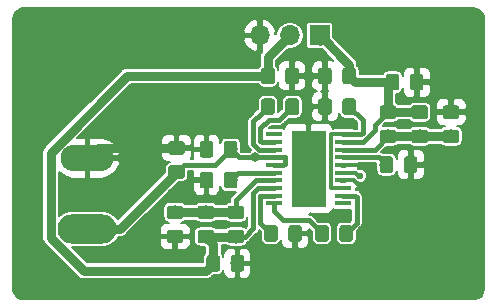
<source format=gbr>
G04 #@! TF.GenerationSoftware,KiCad,Pcbnew,(5.0.2)-1*
G04 #@! TF.CreationDate,2019-08-11T23:26:23-04:00*
G04 #@! TF.ProjectId,LTC3265,4c544333-3236-4352-9e6b-696361645f70,rev?*
G04 #@! TF.SameCoordinates,Original*
G04 #@! TF.FileFunction,Copper,L1,Top*
G04 #@! TF.FilePolarity,Positive*
%FSLAX46Y46*%
G04 Gerber Fmt 4.6, Leading zero omitted, Abs format (unit mm)*
G04 Created by KiCad (PCBNEW (5.0.2)-1) date 8/11/2019 11:26:23 PM*
%MOMM*%
%LPD*%
G01*
G04 APERTURE LIST*
G04 #@! TA.AperFunction,Conductor*
%ADD10C,0.100000*%
G04 #@! TD*
G04 #@! TA.AperFunction,SMDPad,CuDef*
%ADD11C,1.150000*%
G04 #@! TD*
G04 #@! TA.AperFunction,ComponentPad*
%ADD12O,5.000000X2.500000*%
G04 #@! TD*
G04 #@! TA.AperFunction,ComponentPad*
%ADD13O,4.500000X2.250000*%
G04 #@! TD*
G04 #@! TA.AperFunction,SMDPad,CuDef*
%ADD14R,1.450000X0.450000*%
G04 #@! TD*
G04 #@! TA.AperFunction,SMDPad,CuDef*
%ADD15R,3.000000X6.500000*%
G04 #@! TD*
G04 #@! TA.AperFunction,ComponentPad*
%ADD16R,1.700000X1.700000*%
G04 #@! TD*
G04 #@! TA.AperFunction,ComponentPad*
%ADD17O,1.700000X1.700000*%
G04 #@! TD*
G04 #@! TA.AperFunction,ViaPad*
%ADD18C,0.600000*%
G04 #@! TD*
G04 #@! TA.AperFunction,ViaPad*
%ADD19C,0.800000*%
G04 #@! TD*
G04 #@! TA.AperFunction,Conductor*
%ADD20C,0.300000*%
G04 #@! TD*
G04 #@! TA.AperFunction,Conductor*
%ADD21C,0.800000*%
G04 #@! TD*
G04 #@! TA.AperFunction,Conductor*
%ADD22C,0.400000*%
G04 #@! TD*
G04 #@! TA.AperFunction,Conductor*
%ADD23C,0.200000*%
G04 #@! TD*
G04 APERTURE END LIST*
D10*
G04 #@! TO.N,GND*
G04 #@! TO.C,CBYPN1*
G36*
X118704505Y-82803704D02*
X118728773Y-82807304D01*
X118752572Y-82813265D01*
X118775671Y-82821530D01*
X118797850Y-82832020D01*
X118818893Y-82844632D01*
X118838599Y-82859247D01*
X118856777Y-82875723D01*
X118873253Y-82893901D01*
X118887868Y-82913607D01*
X118900480Y-82934650D01*
X118910970Y-82956829D01*
X118919235Y-82979928D01*
X118925196Y-83003727D01*
X118928796Y-83027995D01*
X118930000Y-83052499D01*
X118930000Y-83952501D01*
X118928796Y-83977005D01*
X118925196Y-84001273D01*
X118919235Y-84025072D01*
X118910970Y-84048171D01*
X118900480Y-84070350D01*
X118887868Y-84091393D01*
X118873253Y-84111099D01*
X118856777Y-84129277D01*
X118838599Y-84145753D01*
X118818893Y-84160368D01*
X118797850Y-84172980D01*
X118775671Y-84183470D01*
X118752572Y-84191735D01*
X118728773Y-84197696D01*
X118704505Y-84201296D01*
X118680001Y-84202500D01*
X118029999Y-84202500D01*
X118005495Y-84201296D01*
X117981227Y-84197696D01*
X117957428Y-84191735D01*
X117934329Y-84183470D01*
X117912150Y-84172980D01*
X117891107Y-84160368D01*
X117871401Y-84145753D01*
X117853223Y-84129277D01*
X117836747Y-84111099D01*
X117822132Y-84091393D01*
X117809520Y-84070350D01*
X117799030Y-84048171D01*
X117790765Y-84025072D01*
X117784804Y-84001273D01*
X117781204Y-83977005D01*
X117780000Y-83952501D01*
X117780000Y-83052499D01*
X117781204Y-83027995D01*
X117784804Y-83003727D01*
X117790765Y-82979928D01*
X117799030Y-82956829D01*
X117809520Y-82934650D01*
X117822132Y-82913607D01*
X117836747Y-82893901D01*
X117853223Y-82875723D01*
X117871401Y-82859247D01*
X117891107Y-82844632D01*
X117912150Y-82832020D01*
X117934329Y-82821530D01*
X117957428Y-82813265D01*
X117981227Y-82807304D01*
X118005495Y-82803704D01*
X118029999Y-82802500D01*
X118680001Y-82802500D01*
X118704505Y-82803704D01*
X118704505Y-82803704D01*
G37*
D11*
G04 #@! TD*
G04 #@! TO.P,CBYPN1,1*
G04 #@! TO.N,GND*
X118355000Y-83502500D03*
D10*
G04 #@! TO.N,/BYP-*
G04 #@! TO.C,CBYPN1*
G36*
X120754505Y-82803704D02*
X120778773Y-82807304D01*
X120802572Y-82813265D01*
X120825671Y-82821530D01*
X120847850Y-82832020D01*
X120868893Y-82844632D01*
X120888599Y-82859247D01*
X120906777Y-82875723D01*
X120923253Y-82893901D01*
X120937868Y-82913607D01*
X120950480Y-82934650D01*
X120960970Y-82956829D01*
X120969235Y-82979928D01*
X120975196Y-83003727D01*
X120978796Y-83027995D01*
X120980000Y-83052499D01*
X120980000Y-83952501D01*
X120978796Y-83977005D01*
X120975196Y-84001273D01*
X120969235Y-84025072D01*
X120960970Y-84048171D01*
X120950480Y-84070350D01*
X120937868Y-84091393D01*
X120923253Y-84111099D01*
X120906777Y-84129277D01*
X120888599Y-84145753D01*
X120868893Y-84160368D01*
X120847850Y-84172980D01*
X120825671Y-84183470D01*
X120802572Y-84191735D01*
X120778773Y-84197696D01*
X120754505Y-84201296D01*
X120730001Y-84202500D01*
X120079999Y-84202500D01*
X120055495Y-84201296D01*
X120031227Y-84197696D01*
X120007428Y-84191735D01*
X119984329Y-84183470D01*
X119962150Y-84172980D01*
X119941107Y-84160368D01*
X119921401Y-84145753D01*
X119903223Y-84129277D01*
X119886747Y-84111099D01*
X119872132Y-84091393D01*
X119859520Y-84070350D01*
X119849030Y-84048171D01*
X119840765Y-84025072D01*
X119834804Y-84001273D01*
X119831204Y-83977005D01*
X119830000Y-83952501D01*
X119830000Y-83052499D01*
X119831204Y-83027995D01*
X119834804Y-83003727D01*
X119840765Y-82979928D01*
X119849030Y-82956829D01*
X119859520Y-82934650D01*
X119872132Y-82913607D01*
X119886747Y-82893901D01*
X119903223Y-82875723D01*
X119921401Y-82859247D01*
X119941107Y-82844632D01*
X119962150Y-82832020D01*
X119984329Y-82821530D01*
X120007428Y-82813265D01*
X120031227Y-82807304D01*
X120055495Y-82803704D01*
X120079999Y-82802500D01*
X120730001Y-82802500D01*
X120754505Y-82803704D01*
X120754505Y-82803704D01*
G37*
D11*
G04 #@! TD*
G04 #@! TO.P,CBYPN1,2*
G04 #@! TO.N,/BYP-*
X120405000Y-83502500D03*
D10*
G04 #@! TO.N,/BYP+*
G04 #@! TO.C,CBYPP1*
G36*
X133944505Y-81495604D02*
X133968773Y-81499204D01*
X133992572Y-81505165D01*
X134015671Y-81513430D01*
X134037850Y-81523920D01*
X134058893Y-81536532D01*
X134078599Y-81551147D01*
X134096777Y-81567623D01*
X134113253Y-81585801D01*
X134127868Y-81605507D01*
X134140480Y-81626550D01*
X134150970Y-81648729D01*
X134159235Y-81671828D01*
X134165196Y-81695627D01*
X134168796Y-81719895D01*
X134170000Y-81744399D01*
X134170000Y-82644401D01*
X134168796Y-82668905D01*
X134165196Y-82693173D01*
X134159235Y-82716972D01*
X134150970Y-82740071D01*
X134140480Y-82762250D01*
X134127868Y-82783293D01*
X134113253Y-82802999D01*
X134096777Y-82821177D01*
X134078599Y-82837653D01*
X134058893Y-82852268D01*
X134037850Y-82864880D01*
X134015671Y-82875370D01*
X133992572Y-82883635D01*
X133968773Y-82889596D01*
X133944505Y-82893196D01*
X133920001Y-82894400D01*
X133269999Y-82894400D01*
X133245495Y-82893196D01*
X133221227Y-82889596D01*
X133197428Y-82883635D01*
X133174329Y-82875370D01*
X133152150Y-82864880D01*
X133131107Y-82852268D01*
X133111401Y-82837653D01*
X133093223Y-82821177D01*
X133076747Y-82802999D01*
X133062132Y-82783293D01*
X133049520Y-82762250D01*
X133039030Y-82740071D01*
X133030765Y-82716972D01*
X133024804Y-82693173D01*
X133021204Y-82668905D01*
X133020000Y-82644401D01*
X133020000Y-81744399D01*
X133021204Y-81719895D01*
X133024804Y-81695627D01*
X133030765Y-81671828D01*
X133039030Y-81648729D01*
X133049520Y-81626550D01*
X133062132Y-81605507D01*
X133076747Y-81585801D01*
X133093223Y-81567623D01*
X133111401Y-81551147D01*
X133131107Y-81536532D01*
X133152150Y-81523920D01*
X133174329Y-81513430D01*
X133197428Y-81505165D01*
X133221227Y-81499204D01*
X133245495Y-81495604D01*
X133269999Y-81494400D01*
X133920001Y-81494400D01*
X133944505Y-81495604D01*
X133944505Y-81495604D01*
G37*
D11*
G04 #@! TD*
G04 #@! TO.P,CBYPP1,2*
G04 #@! TO.N,/BYP+*
X133595000Y-82194400D03*
D10*
G04 #@! TO.N,GND*
G04 #@! TO.C,CBYPP1*
G36*
X135994505Y-81495604D02*
X136018773Y-81499204D01*
X136042572Y-81505165D01*
X136065671Y-81513430D01*
X136087850Y-81523920D01*
X136108893Y-81536532D01*
X136128599Y-81551147D01*
X136146777Y-81567623D01*
X136163253Y-81585801D01*
X136177868Y-81605507D01*
X136190480Y-81626550D01*
X136200970Y-81648729D01*
X136209235Y-81671828D01*
X136215196Y-81695627D01*
X136218796Y-81719895D01*
X136220000Y-81744399D01*
X136220000Y-82644401D01*
X136218796Y-82668905D01*
X136215196Y-82693173D01*
X136209235Y-82716972D01*
X136200970Y-82740071D01*
X136190480Y-82762250D01*
X136177868Y-82783293D01*
X136163253Y-82802999D01*
X136146777Y-82821177D01*
X136128599Y-82837653D01*
X136108893Y-82852268D01*
X136087850Y-82864880D01*
X136065671Y-82875370D01*
X136042572Y-82883635D01*
X136018773Y-82889596D01*
X135994505Y-82893196D01*
X135970001Y-82894400D01*
X135319999Y-82894400D01*
X135295495Y-82893196D01*
X135271227Y-82889596D01*
X135247428Y-82883635D01*
X135224329Y-82875370D01*
X135202150Y-82864880D01*
X135181107Y-82852268D01*
X135161401Y-82837653D01*
X135143223Y-82821177D01*
X135126747Y-82802999D01*
X135112132Y-82783293D01*
X135099520Y-82762250D01*
X135089030Y-82740071D01*
X135080765Y-82716972D01*
X135074804Y-82693173D01*
X135071204Y-82668905D01*
X135070000Y-82644401D01*
X135070000Y-81744399D01*
X135071204Y-81719895D01*
X135074804Y-81695627D01*
X135080765Y-81671828D01*
X135089030Y-81648729D01*
X135099520Y-81626550D01*
X135112132Y-81605507D01*
X135126747Y-81585801D01*
X135143223Y-81567623D01*
X135161401Y-81551147D01*
X135181107Y-81536532D01*
X135202150Y-81523920D01*
X135224329Y-81513430D01*
X135247428Y-81505165D01*
X135271227Y-81499204D01*
X135295495Y-81495604D01*
X135319999Y-81494400D01*
X135970001Y-81494400D01*
X135994505Y-81495604D01*
X135994505Y-81495604D01*
G37*
D11*
G04 #@! TD*
G04 #@! TO.P,CBYPP1,1*
G04 #@! TO.N,GND*
X135645000Y-82194400D03*
D10*
G04 #@! TO.N,Net-(CFLY1-Pad1)*
G04 #@! TO.C,CFLY1*
G36*
X128483505Y-87312204D02*
X128507773Y-87315804D01*
X128531572Y-87321765D01*
X128554671Y-87330030D01*
X128576850Y-87340520D01*
X128597893Y-87353132D01*
X128617599Y-87367747D01*
X128635777Y-87384223D01*
X128652253Y-87402401D01*
X128666868Y-87422107D01*
X128679480Y-87443150D01*
X128689970Y-87465329D01*
X128698235Y-87488428D01*
X128704196Y-87512227D01*
X128707796Y-87536495D01*
X128709000Y-87560999D01*
X128709000Y-88461001D01*
X128707796Y-88485505D01*
X128704196Y-88509773D01*
X128698235Y-88533572D01*
X128689970Y-88556671D01*
X128679480Y-88578850D01*
X128666868Y-88599893D01*
X128652253Y-88619599D01*
X128635777Y-88637777D01*
X128617599Y-88654253D01*
X128597893Y-88668868D01*
X128576850Y-88681480D01*
X128554671Y-88691970D01*
X128531572Y-88700235D01*
X128507773Y-88706196D01*
X128483505Y-88709796D01*
X128459001Y-88711000D01*
X127808999Y-88711000D01*
X127784495Y-88709796D01*
X127760227Y-88706196D01*
X127736428Y-88700235D01*
X127713329Y-88691970D01*
X127691150Y-88681480D01*
X127670107Y-88668868D01*
X127650401Y-88654253D01*
X127632223Y-88637777D01*
X127615747Y-88619599D01*
X127601132Y-88599893D01*
X127588520Y-88578850D01*
X127578030Y-88556671D01*
X127569765Y-88533572D01*
X127563804Y-88509773D01*
X127560204Y-88485505D01*
X127559000Y-88461001D01*
X127559000Y-87560999D01*
X127560204Y-87536495D01*
X127563804Y-87512227D01*
X127569765Y-87488428D01*
X127578030Y-87465329D01*
X127588520Y-87443150D01*
X127601132Y-87422107D01*
X127615747Y-87402401D01*
X127632223Y-87384223D01*
X127650401Y-87367747D01*
X127670107Y-87353132D01*
X127691150Y-87340520D01*
X127713329Y-87330030D01*
X127736428Y-87321765D01*
X127760227Y-87315804D01*
X127784495Y-87312204D01*
X127808999Y-87311000D01*
X128459001Y-87311000D01*
X128483505Y-87312204D01*
X128483505Y-87312204D01*
G37*
D11*
G04 #@! TD*
G04 #@! TO.P,CFLY1,1*
G04 #@! TO.N,Net-(CFLY1-Pad1)*
X128134000Y-88011000D03*
D10*
G04 #@! TO.N,Net-(CFLY1-Pad2)*
G04 #@! TO.C,CFLY1*
G36*
X130533505Y-87312204D02*
X130557773Y-87315804D01*
X130581572Y-87321765D01*
X130604671Y-87330030D01*
X130626850Y-87340520D01*
X130647893Y-87353132D01*
X130667599Y-87367747D01*
X130685777Y-87384223D01*
X130702253Y-87402401D01*
X130716868Y-87422107D01*
X130729480Y-87443150D01*
X130739970Y-87465329D01*
X130748235Y-87488428D01*
X130754196Y-87512227D01*
X130757796Y-87536495D01*
X130759000Y-87560999D01*
X130759000Y-88461001D01*
X130757796Y-88485505D01*
X130754196Y-88509773D01*
X130748235Y-88533572D01*
X130739970Y-88556671D01*
X130729480Y-88578850D01*
X130716868Y-88599893D01*
X130702253Y-88619599D01*
X130685777Y-88637777D01*
X130667599Y-88654253D01*
X130647893Y-88668868D01*
X130626850Y-88681480D01*
X130604671Y-88691970D01*
X130581572Y-88700235D01*
X130557773Y-88706196D01*
X130533505Y-88709796D01*
X130509001Y-88711000D01*
X129858999Y-88711000D01*
X129834495Y-88709796D01*
X129810227Y-88706196D01*
X129786428Y-88700235D01*
X129763329Y-88691970D01*
X129741150Y-88681480D01*
X129720107Y-88668868D01*
X129700401Y-88654253D01*
X129682223Y-88637777D01*
X129665747Y-88619599D01*
X129651132Y-88599893D01*
X129638520Y-88578850D01*
X129628030Y-88556671D01*
X129619765Y-88533572D01*
X129613804Y-88509773D01*
X129610204Y-88485505D01*
X129609000Y-88461001D01*
X129609000Y-87560999D01*
X129610204Y-87536495D01*
X129613804Y-87512227D01*
X129619765Y-87488428D01*
X129628030Y-87465329D01*
X129638520Y-87443150D01*
X129651132Y-87422107D01*
X129665747Y-87402401D01*
X129682223Y-87384223D01*
X129700401Y-87367747D01*
X129720107Y-87353132D01*
X129741150Y-87340520D01*
X129763329Y-87330030D01*
X129786428Y-87321765D01*
X129810227Y-87315804D01*
X129834495Y-87312204D01*
X129858999Y-87311000D01*
X130509001Y-87311000D01*
X130533505Y-87312204D01*
X130533505Y-87312204D01*
G37*
D11*
G04 #@! TD*
G04 #@! TO.P,CFLY1,2*
G04 #@! TO.N,Net-(CFLY1-Pad2)*
X130184000Y-88011000D03*
D10*
G04 #@! TO.N,Net-(CFLY2-Pad2)*
G04 #@! TO.C,CFLY2*
G36*
X123911505Y-76580704D02*
X123935773Y-76584304D01*
X123959572Y-76590265D01*
X123982671Y-76598530D01*
X124004850Y-76609020D01*
X124025893Y-76621632D01*
X124045599Y-76636247D01*
X124063777Y-76652723D01*
X124080253Y-76670901D01*
X124094868Y-76690607D01*
X124107480Y-76711650D01*
X124117970Y-76733829D01*
X124126235Y-76756928D01*
X124132196Y-76780727D01*
X124135796Y-76804995D01*
X124137000Y-76829499D01*
X124137000Y-77729501D01*
X124135796Y-77754005D01*
X124132196Y-77778273D01*
X124126235Y-77802072D01*
X124117970Y-77825171D01*
X124107480Y-77847350D01*
X124094868Y-77868393D01*
X124080253Y-77888099D01*
X124063777Y-77906277D01*
X124045599Y-77922753D01*
X124025893Y-77937368D01*
X124004850Y-77949980D01*
X123982671Y-77960470D01*
X123959572Y-77968735D01*
X123935773Y-77974696D01*
X123911505Y-77978296D01*
X123887001Y-77979500D01*
X123236999Y-77979500D01*
X123212495Y-77978296D01*
X123188227Y-77974696D01*
X123164428Y-77968735D01*
X123141329Y-77960470D01*
X123119150Y-77949980D01*
X123098107Y-77937368D01*
X123078401Y-77922753D01*
X123060223Y-77906277D01*
X123043747Y-77888099D01*
X123029132Y-77868393D01*
X123016520Y-77847350D01*
X123006030Y-77825171D01*
X122997765Y-77802072D01*
X122991804Y-77778273D01*
X122988204Y-77754005D01*
X122987000Y-77729501D01*
X122987000Y-76829499D01*
X122988204Y-76804995D01*
X122991804Y-76780727D01*
X122997765Y-76756928D01*
X123006030Y-76733829D01*
X123016520Y-76711650D01*
X123029132Y-76690607D01*
X123043747Y-76670901D01*
X123060223Y-76652723D01*
X123078401Y-76636247D01*
X123098107Y-76621632D01*
X123119150Y-76609020D01*
X123141329Y-76598530D01*
X123164428Y-76590265D01*
X123188227Y-76584304D01*
X123212495Y-76580704D01*
X123236999Y-76579500D01*
X123887001Y-76579500D01*
X123911505Y-76580704D01*
X123911505Y-76580704D01*
G37*
D11*
G04 #@! TD*
G04 #@! TO.P,CFLY2,2*
G04 #@! TO.N,Net-(CFLY2-Pad2)*
X123562000Y-77279500D03*
D10*
G04 #@! TO.N,Net-(CFLY2-Pad1)*
G04 #@! TO.C,CFLY2*
G36*
X125961505Y-76580704D02*
X125985773Y-76584304D01*
X126009572Y-76590265D01*
X126032671Y-76598530D01*
X126054850Y-76609020D01*
X126075893Y-76621632D01*
X126095599Y-76636247D01*
X126113777Y-76652723D01*
X126130253Y-76670901D01*
X126144868Y-76690607D01*
X126157480Y-76711650D01*
X126167970Y-76733829D01*
X126176235Y-76756928D01*
X126182196Y-76780727D01*
X126185796Y-76804995D01*
X126187000Y-76829499D01*
X126187000Y-77729501D01*
X126185796Y-77754005D01*
X126182196Y-77778273D01*
X126176235Y-77802072D01*
X126167970Y-77825171D01*
X126157480Y-77847350D01*
X126144868Y-77868393D01*
X126130253Y-77888099D01*
X126113777Y-77906277D01*
X126095599Y-77922753D01*
X126075893Y-77937368D01*
X126054850Y-77949980D01*
X126032671Y-77960470D01*
X126009572Y-77968735D01*
X125985773Y-77974696D01*
X125961505Y-77978296D01*
X125937001Y-77979500D01*
X125286999Y-77979500D01*
X125262495Y-77978296D01*
X125238227Y-77974696D01*
X125214428Y-77968735D01*
X125191329Y-77960470D01*
X125169150Y-77949980D01*
X125148107Y-77937368D01*
X125128401Y-77922753D01*
X125110223Y-77906277D01*
X125093747Y-77888099D01*
X125079132Y-77868393D01*
X125066520Y-77847350D01*
X125056030Y-77825171D01*
X125047765Y-77802072D01*
X125041804Y-77778273D01*
X125038204Y-77754005D01*
X125037000Y-77729501D01*
X125037000Y-76829499D01*
X125038204Y-76804995D01*
X125041804Y-76780727D01*
X125047765Y-76756928D01*
X125056030Y-76733829D01*
X125066520Y-76711650D01*
X125079132Y-76690607D01*
X125093747Y-76670901D01*
X125110223Y-76652723D01*
X125128401Y-76636247D01*
X125148107Y-76621632D01*
X125169150Y-76609020D01*
X125191329Y-76598530D01*
X125214428Y-76590265D01*
X125238227Y-76584304D01*
X125262495Y-76580704D01*
X125286999Y-76579500D01*
X125937001Y-76579500D01*
X125961505Y-76580704D01*
X125961505Y-76580704D01*
G37*
D11*
G04 #@! TD*
G04 #@! TO.P,CFLY2,1*
G04 #@! TO.N,Net-(CFLY2-Pad1)*
X125612000Y-77279500D03*
D10*
G04 #@! TO.N,GND*
G04 #@! TO.C,Cin1*
G36*
X116298505Y-80189204D02*
X116322773Y-80192804D01*
X116346572Y-80198765D01*
X116369671Y-80207030D01*
X116391850Y-80217520D01*
X116412893Y-80230132D01*
X116432599Y-80244747D01*
X116450777Y-80261223D01*
X116467253Y-80279401D01*
X116481868Y-80299107D01*
X116494480Y-80320150D01*
X116504970Y-80342329D01*
X116513235Y-80365428D01*
X116519196Y-80389227D01*
X116522796Y-80413495D01*
X116524000Y-80437999D01*
X116524000Y-81088001D01*
X116522796Y-81112505D01*
X116519196Y-81136773D01*
X116513235Y-81160572D01*
X116504970Y-81183671D01*
X116494480Y-81205850D01*
X116481868Y-81226893D01*
X116467253Y-81246599D01*
X116450777Y-81264777D01*
X116432599Y-81281253D01*
X116412893Y-81295868D01*
X116391850Y-81308480D01*
X116369671Y-81318970D01*
X116346572Y-81327235D01*
X116322773Y-81333196D01*
X116298505Y-81336796D01*
X116274001Y-81338000D01*
X115373999Y-81338000D01*
X115349495Y-81336796D01*
X115325227Y-81333196D01*
X115301428Y-81327235D01*
X115278329Y-81318970D01*
X115256150Y-81308480D01*
X115235107Y-81295868D01*
X115215401Y-81281253D01*
X115197223Y-81264777D01*
X115180747Y-81246599D01*
X115166132Y-81226893D01*
X115153520Y-81205850D01*
X115143030Y-81183671D01*
X115134765Y-81160572D01*
X115128804Y-81136773D01*
X115125204Y-81112505D01*
X115124000Y-81088001D01*
X115124000Y-80437999D01*
X115125204Y-80413495D01*
X115128804Y-80389227D01*
X115134765Y-80365428D01*
X115143030Y-80342329D01*
X115153520Y-80320150D01*
X115166132Y-80299107D01*
X115180747Y-80279401D01*
X115197223Y-80261223D01*
X115215401Y-80244747D01*
X115235107Y-80230132D01*
X115256150Y-80217520D01*
X115278329Y-80207030D01*
X115301428Y-80198765D01*
X115325227Y-80192804D01*
X115349495Y-80189204D01*
X115373999Y-80188000D01*
X116274001Y-80188000D01*
X116298505Y-80189204D01*
X116298505Y-80189204D01*
G37*
D11*
G04 #@! TD*
G04 #@! TO.P,Cin1,2*
G04 #@! TO.N,GND*
X115824000Y-80763000D03*
D10*
G04 #@! TO.N,+9V*
G04 #@! TO.C,Cin1*
G36*
X116298505Y-82239204D02*
X116322773Y-82242804D01*
X116346572Y-82248765D01*
X116369671Y-82257030D01*
X116391850Y-82267520D01*
X116412893Y-82280132D01*
X116432599Y-82294747D01*
X116450777Y-82311223D01*
X116467253Y-82329401D01*
X116481868Y-82349107D01*
X116494480Y-82370150D01*
X116504970Y-82392329D01*
X116513235Y-82415428D01*
X116519196Y-82439227D01*
X116522796Y-82463495D01*
X116524000Y-82487999D01*
X116524000Y-83138001D01*
X116522796Y-83162505D01*
X116519196Y-83186773D01*
X116513235Y-83210572D01*
X116504970Y-83233671D01*
X116494480Y-83255850D01*
X116481868Y-83276893D01*
X116467253Y-83296599D01*
X116450777Y-83314777D01*
X116432599Y-83331253D01*
X116412893Y-83345868D01*
X116391850Y-83358480D01*
X116369671Y-83368970D01*
X116346572Y-83377235D01*
X116322773Y-83383196D01*
X116298505Y-83386796D01*
X116274001Y-83388000D01*
X115373999Y-83388000D01*
X115349495Y-83386796D01*
X115325227Y-83383196D01*
X115301428Y-83377235D01*
X115278329Y-83368970D01*
X115256150Y-83358480D01*
X115235107Y-83345868D01*
X115215401Y-83331253D01*
X115197223Y-83314777D01*
X115180747Y-83296599D01*
X115166132Y-83276893D01*
X115153520Y-83255850D01*
X115143030Y-83233671D01*
X115134765Y-83210572D01*
X115128804Y-83186773D01*
X115125204Y-83162505D01*
X115124000Y-83138001D01*
X115124000Y-82487999D01*
X115125204Y-82463495D01*
X115128804Y-82439227D01*
X115134765Y-82415428D01*
X115143030Y-82392329D01*
X115153520Y-82370150D01*
X115166132Y-82349107D01*
X115180747Y-82329401D01*
X115197223Y-82311223D01*
X115215401Y-82294747D01*
X115235107Y-82280132D01*
X115256150Y-82267520D01*
X115278329Y-82257030D01*
X115301428Y-82248765D01*
X115325227Y-82242804D01*
X115349495Y-82239204D01*
X115373999Y-82238000D01*
X116274001Y-82238000D01*
X116298505Y-82239204D01*
X116298505Y-82239204D01*
G37*
D11*
G04 #@! TD*
G04 #@! TO.P,Cin1,1*
G04 #@! TO.N,+9V*
X115824000Y-82813000D03*
D10*
G04 #@! TO.N,+9V*
G04 #@! TO.C,Cin2*
G36*
X120754505Y-80200204D02*
X120778773Y-80203804D01*
X120802572Y-80209765D01*
X120825671Y-80218030D01*
X120847850Y-80228520D01*
X120868893Y-80241132D01*
X120888599Y-80255747D01*
X120906777Y-80272223D01*
X120923253Y-80290401D01*
X120937868Y-80310107D01*
X120950480Y-80331150D01*
X120960970Y-80353329D01*
X120969235Y-80376428D01*
X120975196Y-80400227D01*
X120978796Y-80424495D01*
X120980000Y-80448999D01*
X120980000Y-81349001D01*
X120978796Y-81373505D01*
X120975196Y-81397773D01*
X120969235Y-81421572D01*
X120960970Y-81444671D01*
X120950480Y-81466850D01*
X120937868Y-81487893D01*
X120923253Y-81507599D01*
X120906777Y-81525777D01*
X120888599Y-81542253D01*
X120868893Y-81556868D01*
X120847850Y-81569480D01*
X120825671Y-81579970D01*
X120802572Y-81588235D01*
X120778773Y-81594196D01*
X120754505Y-81597796D01*
X120730001Y-81599000D01*
X120079999Y-81599000D01*
X120055495Y-81597796D01*
X120031227Y-81594196D01*
X120007428Y-81588235D01*
X119984329Y-81579970D01*
X119962150Y-81569480D01*
X119941107Y-81556868D01*
X119921401Y-81542253D01*
X119903223Y-81525777D01*
X119886747Y-81507599D01*
X119872132Y-81487893D01*
X119859520Y-81466850D01*
X119849030Y-81444671D01*
X119840765Y-81421572D01*
X119834804Y-81397773D01*
X119831204Y-81373505D01*
X119830000Y-81349001D01*
X119830000Y-80448999D01*
X119831204Y-80424495D01*
X119834804Y-80400227D01*
X119840765Y-80376428D01*
X119849030Y-80353329D01*
X119859520Y-80331150D01*
X119872132Y-80310107D01*
X119886747Y-80290401D01*
X119903223Y-80272223D01*
X119921401Y-80255747D01*
X119941107Y-80241132D01*
X119962150Y-80228520D01*
X119984329Y-80218030D01*
X120007428Y-80209765D01*
X120031227Y-80203804D01*
X120055495Y-80200204D01*
X120079999Y-80199000D01*
X120730001Y-80199000D01*
X120754505Y-80200204D01*
X120754505Y-80200204D01*
G37*
D11*
G04 #@! TD*
G04 #@! TO.P,Cin2,1*
G04 #@! TO.N,+9V*
X120405000Y-80899000D03*
D10*
G04 #@! TO.N,GND*
G04 #@! TO.C,Cin2*
G36*
X118704505Y-80200204D02*
X118728773Y-80203804D01*
X118752572Y-80209765D01*
X118775671Y-80218030D01*
X118797850Y-80228520D01*
X118818893Y-80241132D01*
X118838599Y-80255747D01*
X118856777Y-80272223D01*
X118873253Y-80290401D01*
X118887868Y-80310107D01*
X118900480Y-80331150D01*
X118910970Y-80353329D01*
X118919235Y-80376428D01*
X118925196Y-80400227D01*
X118928796Y-80424495D01*
X118930000Y-80448999D01*
X118930000Y-81349001D01*
X118928796Y-81373505D01*
X118925196Y-81397773D01*
X118919235Y-81421572D01*
X118910970Y-81444671D01*
X118900480Y-81466850D01*
X118887868Y-81487893D01*
X118873253Y-81507599D01*
X118856777Y-81525777D01*
X118838599Y-81542253D01*
X118818893Y-81556868D01*
X118797850Y-81569480D01*
X118775671Y-81579970D01*
X118752572Y-81588235D01*
X118728773Y-81594196D01*
X118704505Y-81597796D01*
X118680001Y-81599000D01*
X118029999Y-81599000D01*
X118005495Y-81597796D01*
X117981227Y-81594196D01*
X117957428Y-81588235D01*
X117934329Y-81579970D01*
X117912150Y-81569480D01*
X117891107Y-81556868D01*
X117871401Y-81542253D01*
X117853223Y-81525777D01*
X117836747Y-81507599D01*
X117822132Y-81487893D01*
X117809520Y-81466850D01*
X117799030Y-81444671D01*
X117790765Y-81421572D01*
X117784804Y-81397773D01*
X117781204Y-81373505D01*
X117780000Y-81349001D01*
X117780000Y-80448999D01*
X117781204Y-80424495D01*
X117784804Y-80400227D01*
X117790765Y-80376428D01*
X117799030Y-80353329D01*
X117809520Y-80331150D01*
X117822132Y-80310107D01*
X117836747Y-80290401D01*
X117853223Y-80272223D01*
X117871401Y-80255747D01*
X117891107Y-80241132D01*
X117912150Y-80228520D01*
X117934329Y-80218030D01*
X117957428Y-80209765D01*
X117981227Y-80203804D01*
X118005495Y-80200204D01*
X118029999Y-80199000D01*
X118680001Y-80199000D01*
X118704505Y-80200204D01*
X118704505Y-80200204D01*
G37*
D11*
G04 #@! TD*
G04 #@! TO.P,Cin2,2*
G04 #@! TO.N,GND*
X118355000Y-80899000D03*
D10*
G04 #@! TO.N,GND*
G04 #@! TO.C,CLDON1*
G36*
X121326005Y-89852204D02*
X121350273Y-89855804D01*
X121374072Y-89861765D01*
X121397171Y-89870030D01*
X121419350Y-89880520D01*
X121440393Y-89893132D01*
X121460099Y-89907747D01*
X121478277Y-89924223D01*
X121494753Y-89942401D01*
X121509368Y-89962107D01*
X121521980Y-89983150D01*
X121532470Y-90005329D01*
X121540735Y-90028428D01*
X121546696Y-90052227D01*
X121550296Y-90076495D01*
X121551500Y-90100999D01*
X121551500Y-91001001D01*
X121550296Y-91025505D01*
X121546696Y-91049773D01*
X121540735Y-91073572D01*
X121532470Y-91096671D01*
X121521980Y-91118850D01*
X121509368Y-91139893D01*
X121494753Y-91159599D01*
X121478277Y-91177777D01*
X121460099Y-91194253D01*
X121440393Y-91208868D01*
X121419350Y-91221480D01*
X121397171Y-91231970D01*
X121374072Y-91240235D01*
X121350273Y-91246196D01*
X121326005Y-91249796D01*
X121301501Y-91251000D01*
X120651499Y-91251000D01*
X120626995Y-91249796D01*
X120602727Y-91246196D01*
X120578928Y-91240235D01*
X120555829Y-91231970D01*
X120533650Y-91221480D01*
X120512607Y-91208868D01*
X120492901Y-91194253D01*
X120474723Y-91177777D01*
X120458247Y-91159599D01*
X120443632Y-91139893D01*
X120431020Y-91118850D01*
X120420530Y-91096671D01*
X120412265Y-91073572D01*
X120406304Y-91049773D01*
X120402704Y-91025505D01*
X120401500Y-91001001D01*
X120401500Y-90100999D01*
X120402704Y-90076495D01*
X120406304Y-90052227D01*
X120412265Y-90028428D01*
X120420530Y-90005329D01*
X120431020Y-89983150D01*
X120443632Y-89962107D01*
X120458247Y-89942401D01*
X120474723Y-89924223D01*
X120492901Y-89907747D01*
X120512607Y-89893132D01*
X120533650Y-89880520D01*
X120555829Y-89870030D01*
X120578928Y-89861765D01*
X120602727Y-89855804D01*
X120626995Y-89852204D01*
X120651499Y-89851000D01*
X121301501Y-89851000D01*
X121326005Y-89852204D01*
X121326005Y-89852204D01*
G37*
D11*
G04 #@! TD*
G04 #@! TO.P,CLDON1,1*
G04 #@! TO.N,GND*
X120976500Y-90551000D03*
D10*
G04 #@! TO.N,/-15V*
G04 #@! TO.C,CLDON1*
G36*
X119276005Y-89852204D02*
X119300273Y-89855804D01*
X119324072Y-89861765D01*
X119347171Y-89870030D01*
X119369350Y-89880520D01*
X119390393Y-89893132D01*
X119410099Y-89907747D01*
X119428277Y-89924223D01*
X119444753Y-89942401D01*
X119459368Y-89962107D01*
X119471980Y-89983150D01*
X119482470Y-90005329D01*
X119490735Y-90028428D01*
X119496696Y-90052227D01*
X119500296Y-90076495D01*
X119501500Y-90100999D01*
X119501500Y-91001001D01*
X119500296Y-91025505D01*
X119496696Y-91049773D01*
X119490735Y-91073572D01*
X119482470Y-91096671D01*
X119471980Y-91118850D01*
X119459368Y-91139893D01*
X119444753Y-91159599D01*
X119428277Y-91177777D01*
X119410099Y-91194253D01*
X119390393Y-91208868D01*
X119369350Y-91221480D01*
X119347171Y-91231970D01*
X119324072Y-91240235D01*
X119300273Y-91246196D01*
X119276005Y-91249796D01*
X119251501Y-91251000D01*
X118601499Y-91251000D01*
X118576995Y-91249796D01*
X118552727Y-91246196D01*
X118528928Y-91240235D01*
X118505829Y-91231970D01*
X118483650Y-91221480D01*
X118462607Y-91208868D01*
X118442901Y-91194253D01*
X118424723Y-91177777D01*
X118408247Y-91159599D01*
X118393632Y-91139893D01*
X118381020Y-91118850D01*
X118370530Y-91096671D01*
X118362265Y-91073572D01*
X118356304Y-91049773D01*
X118352704Y-91025505D01*
X118351500Y-91001001D01*
X118351500Y-90100999D01*
X118352704Y-90076495D01*
X118356304Y-90052227D01*
X118362265Y-90028428D01*
X118370530Y-90005329D01*
X118381020Y-89983150D01*
X118393632Y-89962107D01*
X118408247Y-89942401D01*
X118424723Y-89924223D01*
X118442901Y-89907747D01*
X118462607Y-89893132D01*
X118483650Y-89880520D01*
X118505829Y-89870030D01*
X118528928Y-89861765D01*
X118552727Y-89855804D01*
X118576995Y-89852204D01*
X118601499Y-89851000D01*
X119251501Y-89851000D01*
X119276005Y-89852204D01*
X119276005Y-89852204D01*
G37*
D11*
G04 #@! TD*
G04 #@! TO.P,CLDON1,2*
G04 #@! TO.N,/-15V*
X118926500Y-90551000D03*
D10*
G04 #@! TO.N,GND*
G04 #@! TO.C,CLDOP1*
G36*
X136502505Y-74510604D02*
X136526773Y-74514204D01*
X136550572Y-74520165D01*
X136573671Y-74528430D01*
X136595850Y-74538920D01*
X136616893Y-74551532D01*
X136636599Y-74566147D01*
X136654777Y-74582623D01*
X136671253Y-74600801D01*
X136685868Y-74620507D01*
X136698480Y-74641550D01*
X136708970Y-74663729D01*
X136717235Y-74686828D01*
X136723196Y-74710627D01*
X136726796Y-74734895D01*
X136728000Y-74759399D01*
X136728000Y-75659401D01*
X136726796Y-75683905D01*
X136723196Y-75708173D01*
X136717235Y-75731972D01*
X136708970Y-75755071D01*
X136698480Y-75777250D01*
X136685868Y-75798293D01*
X136671253Y-75817999D01*
X136654777Y-75836177D01*
X136636599Y-75852653D01*
X136616893Y-75867268D01*
X136595850Y-75879880D01*
X136573671Y-75890370D01*
X136550572Y-75898635D01*
X136526773Y-75904596D01*
X136502505Y-75908196D01*
X136478001Y-75909400D01*
X135827999Y-75909400D01*
X135803495Y-75908196D01*
X135779227Y-75904596D01*
X135755428Y-75898635D01*
X135732329Y-75890370D01*
X135710150Y-75879880D01*
X135689107Y-75867268D01*
X135669401Y-75852653D01*
X135651223Y-75836177D01*
X135634747Y-75817999D01*
X135620132Y-75798293D01*
X135607520Y-75777250D01*
X135597030Y-75755071D01*
X135588765Y-75731972D01*
X135582804Y-75708173D01*
X135579204Y-75683905D01*
X135578000Y-75659401D01*
X135578000Y-74759399D01*
X135579204Y-74734895D01*
X135582804Y-74710627D01*
X135588765Y-74686828D01*
X135597030Y-74663729D01*
X135607520Y-74641550D01*
X135620132Y-74620507D01*
X135634747Y-74600801D01*
X135651223Y-74582623D01*
X135669401Y-74566147D01*
X135689107Y-74551532D01*
X135710150Y-74538920D01*
X135732329Y-74528430D01*
X135755428Y-74520165D01*
X135779227Y-74514204D01*
X135803495Y-74510604D01*
X135827999Y-74509400D01*
X136478001Y-74509400D01*
X136502505Y-74510604D01*
X136502505Y-74510604D01*
G37*
D11*
G04 #@! TD*
G04 #@! TO.P,CLDOP1,2*
G04 #@! TO.N,GND*
X136153000Y-75209400D03*
D10*
G04 #@! TO.N,/+15V*
G04 #@! TO.C,CLDOP1*
G36*
X134452505Y-74510604D02*
X134476773Y-74514204D01*
X134500572Y-74520165D01*
X134523671Y-74528430D01*
X134545850Y-74538920D01*
X134566893Y-74551532D01*
X134586599Y-74566147D01*
X134604777Y-74582623D01*
X134621253Y-74600801D01*
X134635868Y-74620507D01*
X134648480Y-74641550D01*
X134658970Y-74663729D01*
X134667235Y-74686828D01*
X134673196Y-74710627D01*
X134676796Y-74734895D01*
X134678000Y-74759399D01*
X134678000Y-75659401D01*
X134676796Y-75683905D01*
X134673196Y-75708173D01*
X134667235Y-75731972D01*
X134658970Y-75755071D01*
X134648480Y-75777250D01*
X134635868Y-75798293D01*
X134621253Y-75817999D01*
X134604777Y-75836177D01*
X134586599Y-75852653D01*
X134566893Y-75867268D01*
X134545850Y-75879880D01*
X134523671Y-75890370D01*
X134500572Y-75898635D01*
X134476773Y-75904596D01*
X134452505Y-75908196D01*
X134428001Y-75909400D01*
X133777999Y-75909400D01*
X133753495Y-75908196D01*
X133729227Y-75904596D01*
X133705428Y-75898635D01*
X133682329Y-75890370D01*
X133660150Y-75879880D01*
X133639107Y-75867268D01*
X133619401Y-75852653D01*
X133601223Y-75836177D01*
X133584747Y-75817999D01*
X133570132Y-75798293D01*
X133557520Y-75777250D01*
X133547030Y-75755071D01*
X133538765Y-75731972D01*
X133532804Y-75708173D01*
X133529204Y-75683905D01*
X133528000Y-75659401D01*
X133528000Y-74759399D01*
X133529204Y-74734895D01*
X133532804Y-74710627D01*
X133538765Y-74686828D01*
X133547030Y-74663729D01*
X133557520Y-74641550D01*
X133570132Y-74620507D01*
X133584747Y-74600801D01*
X133601223Y-74582623D01*
X133619401Y-74566147D01*
X133639107Y-74551532D01*
X133660150Y-74538920D01*
X133682329Y-74528430D01*
X133705428Y-74520165D01*
X133729227Y-74514204D01*
X133753495Y-74510604D01*
X133777999Y-74509400D01*
X134428001Y-74509400D01*
X134452505Y-74510604D01*
X134452505Y-74510604D01*
G37*
D11*
G04 #@! TD*
G04 #@! TO.P,CLDOP1,1*
G04 #@! TO.N,/+15V*
X134103000Y-75209400D03*
D10*
G04 #@! TO.N,/-15V*
G04 #@! TO.C,COPTN1*
G36*
X118775005Y-87700204D02*
X118799273Y-87703804D01*
X118823072Y-87709765D01*
X118846171Y-87718030D01*
X118868350Y-87728520D01*
X118889393Y-87741132D01*
X118909099Y-87755747D01*
X118927277Y-87772223D01*
X118943753Y-87790401D01*
X118958368Y-87810107D01*
X118970980Y-87831150D01*
X118981470Y-87853329D01*
X118989735Y-87876428D01*
X118995696Y-87900227D01*
X118999296Y-87924495D01*
X119000500Y-87948999D01*
X119000500Y-88599001D01*
X118999296Y-88623505D01*
X118995696Y-88647773D01*
X118989735Y-88671572D01*
X118981470Y-88694671D01*
X118970980Y-88716850D01*
X118958368Y-88737893D01*
X118943753Y-88757599D01*
X118927277Y-88775777D01*
X118909099Y-88792253D01*
X118889393Y-88806868D01*
X118868350Y-88819480D01*
X118846171Y-88829970D01*
X118823072Y-88838235D01*
X118799273Y-88844196D01*
X118775005Y-88847796D01*
X118750501Y-88849000D01*
X117850499Y-88849000D01*
X117825995Y-88847796D01*
X117801727Y-88844196D01*
X117777928Y-88838235D01*
X117754829Y-88829970D01*
X117732650Y-88819480D01*
X117711607Y-88806868D01*
X117691901Y-88792253D01*
X117673723Y-88775777D01*
X117657247Y-88757599D01*
X117642632Y-88737893D01*
X117630020Y-88716850D01*
X117619530Y-88694671D01*
X117611265Y-88671572D01*
X117605304Y-88647773D01*
X117601704Y-88623505D01*
X117600500Y-88599001D01*
X117600500Y-87948999D01*
X117601704Y-87924495D01*
X117605304Y-87900227D01*
X117611265Y-87876428D01*
X117619530Y-87853329D01*
X117630020Y-87831150D01*
X117642632Y-87810107D01*
X117657247Y-87790401D01*
X117673723Y-87772223D01*
X117691901Y-87755747D01*
X117711607Y-87741132D01*
X117732650Y-87728520D01*
X117754829Y-87718030D01*
X117777928Y-87709765D01*
X117801727Y-87703804D01*
X117825995Y-87700204D01*
X117850499Y-87699000D01*
X118750501Y-87699000D01*
X118775005Y-87700204D01*
X118775005Y-87700204D01*
G37*
D11*
G04 #@! TD*
G04 #@! TO.P,COPTN1,1*
G04 #@! TO.N,/-15V*
X118300500Y-88274000D03*
D10*
G04 #@! TO.N,/ADJ-*
G04 #@! TO.C,COPTN1*
G36*
X118775005Y-85650204D02*
X118799273Y-85653804D01*
X118823072Y-85659765D01*
X118846171Y-85668030D01*
X118868350Y-85678520D01*
X118889393Y-85691132D01*
X118909099Y-85705747D01*
X118927277Y-85722223D01*
X118943753Y-85740401D01*
X118958368Y-85760107D01*
X118970980Y-85781150D01*
X118981470Y-85803329D01*
X118989735Y-85826428D01*
X118995696Y-85850227D01*
X118999296Y-85874495D01*
X119000500Y-85898999D01*
X119000500Y-86549001D01*
X118999296Y-86573505D01*
X118995696Y-86597773D01*
X118989735Y-86621572D01*
X118981470Y-86644671D01*
X118970980Y-86666850D01*
X118958368Y-86687893D01*
X118943753Y-86707599D01*
X118927277Y-86725777D01*
X118909099Y-86742253D01*
X118889393Y-86756868D01*
X118868350Y-86769480D01*
X118846171Y-86779970D01*
X118823072Y-86788235D01*
X118799273Y-86794196D01*
X118775005Y-86797796D01*
X118750501Y-86799000D01*
X117850499Y-86799000D01*
X117825995Y-86797796D01*
X117801727Y-86794196D01*
X117777928Y-86788235D01*
X117754829Y-86779970D01*
X117732650Y-86769480D01*
X117711607Y-86756868D01*
X117691901Y-86742253D01*
X117673723Y-86725777D01*
X117657247Y-86707599D01*
X117642632Y-86687893D01*
X117630020Y-86666850D01*
X117619530Y-86644671D01*
X117611265Y-86621572D01*
X117605304Y-86597773D01*
X117601704Y-86573505D01*
X117600500Y-86549001D01*
X117600500Y-85898999D01*
X117601704Y-85874495D01*
X117605304Y-85850227D01*
X117611265Y-85826428D01*
X117619530Y-85803329D01*
X117630020Y-85781150D01*
X117642632Y-85760107D01*
X117657247Y-85740401D01*
X117673723Y-85722223D01*
X117691901Y-85705747D01*
X117711607Y-85691132D01*
X117732650Y-85678520D01*
X117754829Y-85668030D01*
X117777928Y-85659765D01*
X117801727Y-85653804D01*
X117825995Y-85650204D01*
X117850499Y-85649000D01*
X118750501Y-85649000D01*
X118775005Y-85650204D01*
X118775005Y-85650204D01*
G37*
D11*
G04 #@! TD*
G04 #@! TO.P,COPTN1,2*
G04 #@! TO.N,/ADJ-*
X118300500Y-86224000D03*
D10*
G04 #@! TO.N,/+15V*
G04 #@! TO.C,COPTP1*
G36*
X134205505Y-77166604D02*
X134229773Y-77170204D01*
X134253572Y-77176165D01*
X134276671Y-77184430D01*
X134298850Y-77194920D01*
X134319893Y-77207532D01*
X134339599Y-77222147D01*
X134357777Y-77238623D01*
X134374253Y-77256801D01*
X134388868Y-77276507D01*
X134401480Y-77297550D01*
X134411970Y-77319729D01*
X134420235Y-77342828D01*
X134426196Y-77366627D01*
X134429796Y-77390895D01*
X134431000Y-77415399D01*
X134431000Y-78065401D01*
X134429796Y-78089905D01*
X134426196Y-78114173D01*
X134420235Y-78137972D01*
X134411970Y-78161071D01*
X134401480Y-78183250D01*
X134388868Y-78204293D01*
X134374253Y-78223999D01*
X134357777Y-78242177D01*
X134339599Y-78258653D01*
X134319893Y-78273268D01*
X134298850Y-78285880D01*
X134276671Y-78296370D01*
X134253572Y-78304635D01*
X134229773Y-78310596D01*
X134205505Y-78314196D01*
X134181001Y-78315400D01*
X133280999Y-78315400D01*
X133256495Y-78314196D01*
X133232227Y-78310596D01*
X133208428Y-78304635D01*
X133185329Y-78296370D01*
X133163150Y-78285880D01*
X133142107Y-78273268D01*
X133122401Y-78258653D01*
X133104223Y-78242177D01*
X133087747Y-78223999D01*
X133073132Y-78204293D01*
X133060520Y-78183250D01*
X133050030Y-78161071D01*
X133041765Y-78137972D01*
X133035804Y-78114173D01*
X133032204Y-78089905D01*
X133031000Y-78065401D01*
X133031000Y-77415399D01*
X133032204Y-77390895D01*
X133035804Y-77366627D01*
X133041765Y-77342828D01*
X133050030Y-77319729D01*
X133060520Y-77297550D01*
X133073132Y-77276507D01*
X133087747Y-77256801D01*
X133104223Y-77238623D01*
X133122401Y-77222147D01*
X133142107Y-77207532D01*
X133163150Y-77194920D01*
X133185329Y-77184430D01*
X133208428Y-77176165D01*
X133232227Y-77170204D01*
X133256495Y-77166604D01*
X133280999Y-77165400D01*
X134181001Y-77165400D01*
X134205505Y-77166604D01*
X134205505Y-77166604D01*
G37*
D11*
G04 #@! TD*
G04 #@! TO.P,COPTP1,2*
G04 #@! TO.N,/+15V*
X133731000Y-77740400D03*
D10*
G04 #@! TO.N,/ADJ+*
G04 #@! TO.C,COPTP1*
G36*
X134205505Y-79216604D02*
X134229773Y-79220204D01*
X134253572Y-79226165D01*
X134276671Y-79234430D01*
X134298850Y-79244920D01*
X134319893Y-79257532D01*
X134339599Y-79272147D01*
X134357777Y-79288623D01*
X134374253Y-79306801D01*
X134388868Y-79326507D01*
X134401480Y-79347550D01*
X134411970Y-79369729D01*
X134420235Y-79392828D01*
X134426196Y-79416627D01*
X134429796Y-79440895D01*
X134431000Y-79465399D01*
X134431000Y-80115401D01*
X134429796Y-80139905D01*
X134426196Y-80164173D01*
X134420235Y-80187972D01*
X134411970Y-80211071D01*
X134401480Y-80233250D01*
X134388868Y-80254293D01*
X134374253Y-80273999D01*
X134357777Y-80292177D01*
X134339599Y-80308653D01*
X134319893Y-80323268D01*
X134298850Y-80335880D01*
X134276671Y-80346370D01*
X134253572Y-80354635D01*
X134229773Y-80360596D01*
X134205505Y-80364196D01*
X134181001Y-80365400D01*
X133280999Y-80365400D01*
X133256495Y-80364196D01*
X133232227Y-80360596D01*
X133208428Y-80354635D01*
X133185329Y-80346370D01*
X133163150Y-80335880D01*
X133142107Y-80323268D01*
X133122401Y-80308653D01*
X133104223Y-80292177D01*
X133087747Y-80273999D01*
X133073132Y-80254293D01*
X133060520Y-80233250D01*
X133050030Y-80211071D01*
X133041765Y-80187972D01*
X133035804Y-80164173D01*
X133032204Y-80139905D01*
X133031000Y-80115401D01*
X133031000Y-79465399D01*
X133032204Y-79440895D01*
X133035804Y-79416627D01*
X133041765Y-79392828D01*
X133050030Y-79369729D01*
X133060520Y-79347550D01*
X133073132Y-79326507D01*
X133087747Y-79306801D01*
X133104223Y-79288623D01*
X133122401Y-79272147D01*
X133142107Y-79257532D01*
X133163150Y-79244920D01*
X133185329Y-79234430D01*
X133208428Y-79226165D01*
X133232227Y-79220204D01*
X133256495Y-79216604D01*
X133280999Y-79215400D01*
X134181001Y-79215400D01*
X134205505Y-79216604D01*
X134205505Y-79216604D01*
G37*
D11*
G04 #@! TD*
G04 #@! TO.P,COPTP1,1*
G04 #@! TO.N,/ADJ+*
X133731000Y-79790400D03*
D10*
G04 #@! TO.N,Net-(CVOUTN1-Pad1)*
G04 #@! TO.C,CVOUTN1*
G36*
X124165505Y-87312204D02*
X124189773Y-87315804D01*
X124213572Y-87321765D01*
X124236671Y-87330030D01*
X124258850Y-87340520D01*
X124279893Y-87353132D01*
X124299599Y-87367747D01*
X124317777Y-87384223D01*
X124334253Y-87402401D01*
X124348868Y-87422107D01*
X124361480Y-87443150D01*
X124371970Y-87465329D01*
X124380235Y-87488428D01*
X124386196Y-87512227D01*
X124389796Y-87536495D01*
X124391000Y-87560999D01*
X124391000Y-88461001D01*
X124389796Y-88485505D01*
X124386196Y-88509773D01*
X124380235Y-88533572D01*
X124371970Y-88556671D01*
X124361480Y-88578850D01*
X124348868Y-88599893D01*
X124334253Y-88619599D01*
X124317777Y-88637777D01*
X124299599Y-88654253D01*
X124279893Y-88668868D01*
X124258850Y-88681480D01*
X124236671Y-88691970D01*
X124213572Y-88700235D01*
X124189773Y-88706196D01*
X124165505Y-88709796D01*
X124141001Y-88711000D01*
X123490999Y-88711000D01*
X123466495Y-88709796D01*
X123442227Y-88706196D01*
X123418428Y-88700235D01*
X123395329Y-88691970D01*
X123373150Y-88681480D01*
X123352107Y-88668868D01*
X123332401Y-88654253D01*
X123314223Y-88637777D01*
X123297747Y-88619599D01*
X123283132Y-88599893D01*
X123270520Y-88578850D01*
X123260030Y-88556671D01*
X123251765Y-88533572D01*
X123245804Y-88509773D01*
X123242204Y-88485505D01*
X123241000Y-88461001D01*
X123241000Y-87560999D01*
X123242204Y-87536495D01*
X123245804Y-87512227D01*
X123251765Y-87488428D01*
X123260030Y-87465329D01*
X123270520Y-87443150D01*
X123283132Y-87422107D01*
X123297747Y-87402401D01*
X123314223Y-87384223D01*
X123332401Y-87367747D01*
X123352107Y-87353132D01*
X123373150Y-87340520D01*
X123395329Y-87330030D01*
X123418428Y-87321765D01*
X123442227Y-87315804D01*
X123466495Y-87312204D01*
X123490999Y-87311000D01*
X124141001Y-87311000D01*
X124165505Y-87312204D01*
X124165505Y-87312204D01*
G37*
D11*
G04 #@! TD*
G04 #@! TO.P,CVOUTN1,1*
G04 #@! TO.N,Net-(CVOUTN1-Pad1)*
X123816000Y-88011000D03*
D10*
G04 #@! TO.N,GND*
G04 #@! TO.C,CVOUTN1*
G36*
X126215505Y-87312204D02*
X126239773Y-87315804D01*
X126263572Y-87321765D01*
X126286671Y-87330030D01*
X126308850Y-87340520D01*
X126329893Y-87353132D01*
X126349599Y-87367747D01*
X126367777Y-87384223D01*
X126384253Y-87402401D01*
X126398868Y-87422107D01*
X126411480Y-87443150D01*
X126421970Y-87465329D01*
X126430235Y-87488428D01*
X126436196Y-87512227D01*
X126439796Y-87536495D01*
X126441000Y-87560999D01*
X126441000Y-88461001D01*
X126439796Y-88485505D01*
X126436196Y-88509773D01*
X126430235Y-88533572D01*
X126421970Y-88556671D01*
X126411480Y-88578850D01*
X126398868Y-88599893D01*
X126384253Y-88619599D01*
X126367777Y-88637777D01*
X126349599Y-88654253D01*
X126329893Y-88668868D01*
X126308850Y-88681480D01*
X126286671Y-88691970D01*
X126263572Y-88700235D01*
X126239773Y-88706196D01*
X126215505Y-88709796D01*
X126191001Y-88711000D01*
X125540999Y-88711000D01*
X125516495Y-88709796D01*
X125492227Y-88706196D01*
X125468428Y-88700235D01*
X125445329Y-88691970D01*
X125423150Y-88681480D01*
X125402107Y-88668868D01*
X125382401Y-88654253D01*
X125364223Y-88637777D01*
X125347747Y-88619599D01*
X125333132Y-88599893D01*
X125320520Y-88578850D01*
X125310030Y-88556671D01*
X125301765Y-88533572D01*
X125295804Y-88509773D01*
X125292204Y-88485505D01*
X125291000Y-88461001D01*
X125291000Y-87560999D01*
X125292204Y-87536495D01*
X125295804Y-87512227D01*
X125301765Y-87488428D01*
X125310030Y-87465329D01*
X125320520Y-87443150D01*
X125333132Y-87422107D01*
X125347747Y-87402401D01*
X125364223Y-87384223D01*
X125382401Y-87367747D01*
X125402107Y-87353132D01*
X125423150Y-87340520D01*
X125445329Y-87330030D01*
X125468428Y-87321765D01*
X125492227Y-87315804D01*
X125516495Y-87312204D01*
X125540999Y-87311000D01*
X126191001Y-87311000D01*
X126215505Y-87312204D01*
X126215505Y-87312204D01*
G37*
D11*
G04 #@! TD*
G04 #@! TO.P,CVOUTN1,2*
G04 #@! TO.N,GND*
X125866000Y-88011000D03*
D10*
G04 #@! TO.N,/VOUT+*
G04 #@! TO.C,CVOUTP1*
G36*
X130787505Y-76580704D02*
X130811773Y-76584304D01*
X130835572Y-76590265D01*
X130858671Y-76598530D01*
X130880850Y-76609020D01*
X130901893Y-76621632D01*
X130921599Y-76636247D01*
X130939777Y-76652723D01*
X130956253Y-76670901D01*
X130970868Y-76690607D01*
X130983480Y-76711650D01*
X130993970Y-76733829D01*
X131002235Y-76756928D01*
X131008196Y-76780727D01*
X131011796Y-76804995D01*
X131013000Y-76829499D01*
X131013000Y-77729501D01*
X131011796Y-77754005D01*
X131008196Y-77778273D01*
X131002235Y-77802072D01*
X130993970Y-77825171D01*
X130983480Y-77847350D01*
X130970868Y-77868393D01*
X130956253Y-77888099D01*
X130939777Y-77906277D01*
X130921599Y-77922753D01*
X130901893Y-77937368D01*
X130880850Y-77949980D01*
X130858671Y-77960470D01*
X130835572Y-77968735D01*
X130811773Y-77974696D01*
X130787505Y-77978296D01*
X130763001Y-77979500D01*
X130112999Y-77979500D01*
X130088495Y-77978296D01*
X130064227Y-77974696D01*
X130040428Y-77968735D01*
X130017329Y-77960470D01*
X129995150Y-77949980D01*
X129974107Y-77937368D01*
X129954401Y-77922753D01*
X129936223Y-77906277D01*
X129919747Y-77888099D01*
X129905132Y-77868393D01*
X129892520Y-77847350D01*
X129882030Y-77825171D01*
X129873765Y-77802072D01*
X129867804Y-77778273D01*
X129864204Y-77754005D01*
X129863000Y-77729501D01*
X129863000Y-76829499D01*
X129864204Y-76804995D01*
X129867804Y-76780727D01*
X129873765Y-76756928D01*
X129882030Y-76733829D01*
X129892520Y-76711650D01*
X129905132Y-76690607D01*
X129919747Y-76670901D01*
X129936223Y-76652723D01*
X129954401Y-76636247D01*
X129974107Y-76621632D01*
X129995150Y-76609020D01*
X130017329Y-76598530D01*
X130040428Y-76590265D01*
X130064227Y-76584304D01*
X130088495Y-76580704D01*
X130112999Y-76579500D01*
X130763001Y-76579500D01*
X130787505Y-76580704D01*
X130787505Y-76580704D01*
G37*
D11*
G04 #@! TD*
G04 #@! TO.P,CVOUTP1,2*
G04 #@! TO.N,/VOUT+*
X130438000Y-77279500D03*
D10*
G04 #@! TO.N,GND*
G04 #@! TO.C,CVOUTP1*
G36*
X128737505Y-76580704D02*
X128761773Y-76584304D01*
X128785572Y-76590265D01*
X128808671Y-76598530D01*
X128830850Y-76609020D01*
X128851893Y-76621632D01*
X128871599Y-76636247D01*
X128889777Y-76652723D01*
X128906253Y-76670901D01*
X128920868Y-76690607D01*
X128933480Y-76711650D01*
X128943970Y-76733829D01*
X128952235Y-76756928D01*
X128958196Y-76780727D01*
X128961796Y-76804995D01*
X128963000Y-76829499D01*
X128963000Y-77729501D01*
X128961796Y-77754005D01*
X128958196Y-77778273D01*
X128952235Y-77802072D01*
X128943970Y-77825171D01*
X128933480Y-77847350D01*
X128920868Y-77868393D01*
X128906253Y-77888099D01*
X128889777Y-77906277D01*
X128871599Y-77922753D01*
X128851893Y-77937368D01*
X128830850Y-77949980D01*
X128808671Y-77960470D01*
X128785572Y-77968735D01*
X128761773Y-77974696D01*
X128737505Y-77978296D01*
X128713001Y-77979500D01*
X128062999Y-77979500D01*
X128038495Y-77978296D01*
X128014227Y-77974696D01*
X127990428Y-77968735D01*
X127967329Y-77960470D01*
X127945150Y-77949980D01*
X127924107Y-77937368D01*
X127904401Y-77922753D01*
X127886223Y-77906277D01*
X127869747Y-77888099D01*
X127855132Y-77868393D01*
X127842520Y-77847350D01*
X127832030Y-77825171D01*
X127823765Y-77802072D01*
X127817804Y-77778273D01*
X127814204Y-77754005D01*
X127813000Y-77729501D01*
X127813000Y-76829499D01*
X127814204Y-76804995D01*
X127817804Y-76780727D01*
X127823765Y-76756928D01*
X127832030Y-76733829D01*
X127842520Y-76711650D01*
X127855132Y-76690607D01*
X127869747Y-76670901D01*
X127886223Y-76652723D01*
X127904401Y-76636247D01*
X127924107Y-76621632D01*
X127945150Y-76609020D01*
X127967329Y-76598530D01*
X127990428Y-76590265D01*
X128014227Y-76584304D01*
X128038495Y-76580704D01*
X128062999Y-76579500D01*
X128713001Y-76579500D01*
X128737505Y-76580704D01*
X128737505Y-76580704D01*
G37*
D11*
G04 #@! TD*
G04 #@! TO.P,CVOUTP1,1*
G04 #@! TO.N,GND*
X128388000Y-77279500D03*
D12*
G04 #@! TO.P,J1,1*
G04 #@! TO.N,+9V*
X108267500Y-87630000D03*
D13*
G04 #@! TO.P,J1,2*
G04 #@! TO.N,GND*
X108267500Y-81630000D03*
G04 #@! TD*
D10*
G04 #@! TO.N,/-15V*
G04 #@! TO.C,RLDON1*
G36*
X121315005Y-87700204D02*
X121339273Y-87703804D01*
X121363072Y-87709765D01*
X121386171Y-87718030D01*
X121408350Y-87728520D01*
X121429393Y-87741132D01*
X121449099Y-87755747D01*
X121467277Y-87772223D01*
X121483753Y-87790401D01*
X121498368Y-87810107D01*
X121510980Y-87831150D01*
X121521470Y-87853329D01*
X121529735Y-87876428D01*
X121535696Y-87900227D01*
X121539296Y-87924495D01*
X121540500Y-87948999D01*
X121540500Y-88599001D01*
X121539296Y-88623505D01*
X121535696Y-88647773D01*
X121529735Y-88671572D01*
X121521470Y-88694671D01*
X121510980Y-88716850D01*
X121498368Y-88737893D01*
X121483753Y-88757599D01*
X121467277Y-88775777D01*
X121449099Y-88792253D01*
X121429393Y-88806868D01*
X121408350Y-88819480D01*
X121386171Y-88829970D01*
X121363072Y-88838235D01*
X121339273Y-88844196D01*
X121315005Y-88847796D01*
X121290501Y-88849000D01*
X120390499Y-88849000D01*
X120365995Y-88847796D01*
X120341727Y-88844196D01*
X120317928Y-88838235D01*
X120294829Y-88829970D01*
X120272650Y-88819480D01*
X120251607Y-88806868D01*
X120231901Y-88792253D01*
X120213723Y-88775777D01*
X120197247Y-88757599D01*
X120182632Y-88737893D01*
X120170020Y-88716850D01*
X120159530Y-88694671D01*
X120151265Y-88671572D01*
X120145304Y-88647773D01*
X120141704Y-88623505D01*
X120140500Y-88599001D01*
X120140500Y-87948999D01*
X120141704Y-87924495D01*
X120145304Y-87900227D01*
X120151265Y-87876428D01*
X120159530Y-87853329D01*
X120170020Y-87831150D01*
X120182632Y-87810107D01*
X120197247Y-87790401D01*
X120213723Y-87772223D01*
X120231901Y-87755747D01*
X120251607Y-87741132D01*
X120272650Y-87728520D01*
X120294829Y-87718030D01*
X120317928Y-87709765D01*
X120341727Y-87703804D01*
X120365995Y-87700204D01*
X120390499Y-87699000D01*
X121290501Y-87699000D01*
X121315005Y-87700204D01*
X121315005Y-87700204D01*
G37*
D11*
G04 #@! TD*
G04 #@! TO.P,RLDON1,2*
G04 #@! TO.N,/-15V*
X120840500Y-88274000D03*
D10*
G04 #@! TO.N,/ADJ-*
G04 #@! TO.C,RLDON1*
G36*
X121315005Y-85650204D02*
X121339273Y-85653804D01*
X121363072Y-85659765D01*
X121386171Y-85668030D01*
X121408350Y-85678520D01*
X121429393Y-85691132D01*
X121449099Y-85705747D01*
X121467277Y-85722223D01*
X121483753Y-85740401D01*
X121498368Y-85760107D01*
X121510980Y-85781150D01*
X121521470Y-85803329D01*
X121529735Y-85826428D01*
X121535696Y-85850227D01*
X121539296Y-85874495D01*
X121540500Y-85898999D01*
X121540500Y-86549001D01*
X121539296Y-86573505D01*
X121535696Y-86597773D01*
X121529735Y-86621572D01*
X121521470Y-86644671D01*
X121510980Y-86666850D01*
X121498368Y-86687893D01*
X121483753Y-86707599D01*
X121467277Y-86725777D01*
X121449099Y-86742253D01*
X121429393Y-86756868D01*
X121408350Y-86769480D01*
X121386171Y-86779970D01*
X121363072Y-86788235D01*
X121339273Y-86794196D01*
X121315005Y-86797796D01*
X121290501Y-86799000D01*
X120390499Y-86799000D01*
X120365995Y-86797796D01*
X120341727Y-86794196D01*
X120317928Y-86788235D01*
X120294829Y-86779970D01*
X120272650Y-86769480D01*
X120251607Y-86756868D01*
X120231901Y-86742253D01*
X120213723Y-86725777D01*
X120197247Y-86707599D01*
X120182632Y-86687893D01*
X120170020Y-86666850D01*
X120159530Y-86644671D01*
X120151265Y-86621572D01*
X120145304Y-86597773D01*
X120141704Y-86573505D01*
X120140500Y-86549001D01*
X120140500Y-85898999D01*
X120141704Y-85874495D01*
X120145304Y-85850227D01*
X120151265Y-85826428D01*
X120159530Y-85803329D01*
X120170020Y-85781150D01*
X120182632Y-85760107D01*
X120197247Y-85740401D01*
X120213723Y-85722223D01*
X120231901Y-85705747D01*
X120251607Y-85691132D01*
X120272650Y-85678520D01*
X120294829Y-85668030D01*
X120317928Y-85659765D01*
X120341727Y-85653804D01*
X120365995Y-85650204D01*
X120390499Y-85649000D01*
X121290501Y-85649000D01*
X121315005Y-85650204D01*
X121315005Y-85650204D01*
G37*
D11*
G04 #@! TD*
G04 #@! TO.P,RLDON1,1*
G04 #@! TO.N,/ADJ-*
X120840500Y-86224000D03*
D10*
G04 #@! TO.N,GND*
G04 #@! TO.C,RLDON2*
G36*
X116171505Y-87700204D02*
X116195773Y-87703804D01*
X116219572Y-87709765D01*
X116242671Y-87718030D01*
X116264850Y-87728520D01*
X116285893Y-87741132D01*
X116305599Y-87755747D01*
X116323777Y-87772223D01*
X116340253Y-87790401D01*
X116354868Y-87810107D01*
X116367480Y-87831150D01*
X116377970Y-87853329D01*
X116386235Y-87876428D01*
X116392196Y-87900227D01*
X116395796Y-87924495D01*
X116397000Y-87948999D01*
X116397000Y-88599001D01*
X116395796Y-88623505D01*
X116392196Y-88647773D01*
X116386235Y-88671572D01*
X116377970Y-88694671D01*
X116367480Y-88716850D01*
X116354868Y-88737893D01*
X116340253Y-88757599D01*
X116323777Y-88775777D01*
X116305599Y-88792253D01*
X116285893Y-88806868D01*
X116264850Y-88819480D01*
X116242671Y-88829970D01*
X116219572Y-88838235D01*
X116195773Y-88844196D01*
X116171505Y-88847796D01*
X116147001Y-88849000D01*
X115246999Y-88849000D01*
X115222495Y-88847796D01*
X115198227Y-88844196D01*
X115174428Y-88838235D01*
X115151329Y-88829970D01*
X115129150Y-88819480D01*
X115108107Y-88806868D01*
X115088401Y-88792253D01*
X115070223Y-88775777D01*
X115053747Y-88757599D01*
X115039132Y-88737893D01*
X115026520Y-88716850D01*
X115016030Y-88694671D01*
X115007765Y-88671572D01*
X115001804Y-88647773D01*
X114998204Y-88623505D01*
X114997000Y-88599001D01*
X114997000Y-87948999D01*
X114998204Y-87924495D01*
X115001804Y-87900227D01*
X115007765Y-87876428D01*
X115016030Y-87853329D01*
X115026520Y-87831150D01*
X115039132Y-87810107D01*
X115053747Y-87790401D01*
X115070223Y-87772223D01*
X115088401Y-87755747D01*
X115108107Y-87741132D01*
X115129150Y-87728520D01*
X115151329Y-87718030D01*
X115174428Y-87709765D01*
X115198227Y-87703804D01*
X115222495Y-87700204D01*
X115246999Y-87699000D01*
X116147001Y-87699000D01*
X116171505Y-87700204D01*
X116171505Y-87700204D01*
G37*
D11*
G04 #@! TD*
G04 #@! TO.P,RLDON2,1*
G04 #@! TO.N,GND*
X115697000Y-88274000D03*
D10*
G04 #@! TO.N,/ADJ-*
G04 #@! TO.C,RLDON2*
G36*
X116171505Y-85650204D02*
X116195773Y-85653804D01*
X116219572Y-85659765D01*
X116242671Y-85668030D01*
X116264850Y-85678520D01*
X116285893Y-85691132D01*
X116305599Y-85705747D01*
X116323777Y-85722223D01*
X116340253Y-85740401D01*
X116354868Y-85760107D01*
X116367480Y-85781150D01*
X116377970Y-85803329D01*
X116386235Y-85826428D01*
X116392196Y-85850227D01*
X116395796Y-85874495D01*
X116397000Y-85898999D01*
X116397000Y-86549001D01*
X116395796Y-86573505D01*
X116392196Y-86597773D01*
X116386235Y-86621572D01*
X116377970Y-86644671D01*
X116367480Y-86666850D01*
X116354868Y-86687893D01*
X116340253Y-86707599D01*
X116323777Y-86725777D01*
X116305599Y-86742253D01*
X116285893Y-86756868D01*
X116264850Y-86769480D01*
X116242671Y-86779970D01*
X116219572Y-86788235D01*
X116195773Y-86794196D01*
X116171505Y-86797796D01*
X116147001Y-86799000D01*
X115246999Y-86799000D01*
X115222495Y-86797796D01*
X115198227Y-86794196D01*
X115174428Y-86788235D01*
X115151329Y-86779970D01*
X115129150Y-86769480D01*
X115108107Y-86756868D01*
X115088401Y-86742253D01*
X115070223Y-86725777D01*
X115053747Y-86707599D01*
X115039132Y-86687893D01*
X115026520Y-86666850D01*
X115016030Y-86644671D01*
X115007765Y-86621572D01*
X115001804Y-86597773D01*
X114998204Y-86573505D01*
X114997000Y-86549001D01*
X114997000Y-85898999D01*
X114998204Y-85874495D01*
X115001804Y-85850227D01*
X115007765Y-85826428D01*
X115016030Y-85803329D01*
X115026520Y-85781150D01*
X115039132Y-85760107D01*
X115053747Y-85740401D01*
X115070223Y-85722223D01*
X115088401Y-85705747D01*
X115108107Y-85691132D01*
X115129150Y-85678520D01*
X115151329Y-85668030D01*
X115174428Y-85659765D01*
X115198227Y-85653804D01*
X115222495Y-85650204D01*
X115246999Y-85649000D01*
X116147001Y-85649000D01*
X116171505Y-85650204D01*
X116171505Y-85650204D01*
G37*
D11*
G04 #@! TD*
G04 #@! TO.P,RLDON2,2*
G04 #@! TO.N,/ADJ-*
X115697000Y-86224000D03*
D10*
G04 #@! TO.N,/+15V*
G04 #@! TO.C,RLDOP1*
G36*
X136872505Y-77166604D02*
X136896773Y-77170204D01*
X136920572Y-77176165D01*
X136943671Y-77184430D01*
X136965850Y-77194920D01*
X136986893Y-77207532D01*
X137006599Y-77222147D01*
X137024777Y-77238623D01*
X137041253Y-77256801D01*
X137055868Y-77276507D01*
X137068480Y-77297550D01*
X137078970Y-77319729D01*
X137087235Y-77342828D01*
X137093196Y-77366627D01*
X137096796Y-77390895D01*
X137098000Y-77415399D01*
X137098000Y-78065401D01*
X137096796Y-78089905D01*
X137093196Y-78114173D01*
X137087235Y-78137972D01*
X137078970Y-78161071D01*
X137068480Y-78183250D01*
X137055868Y-78204293D01*
X137041253Y-78223999D01*
X137024777Y-78242177D01*
X137006599Y-78258653D01*
X136986893Y-78273268D01*
X136965850Y-78285880D01*
X136943671Y-78296370D01*
X136920572Y-78304635D01*
X136896773Y-78310596D01*
X136872505Y-78314196D01*
X136848001Y-78315400D01*
X135947999Y-78315400D01*
X135923495Y-78314196D01*
X135899227Y-78310596D01*
X135875428Y-78304635D01*
X135852329Y-78296370D01*
X135830150Y-78285880D01*
X135809107Y-78273268D01*
X135789401Y-78258653D01*
X135771223Y-78242177D01*
X135754747Y-78223999D01*
X135740132Y-78204293D01*
X135727520Y-78183250D01*
X135717030Y-78161071D01*
X135708765Y-78137972D01*
X135702804Y-78114173D01*
X135699204Y-78089905D01*
X135698000Y-78065401D01*
X135698000Y-77415399D01*
X135699204Y-77390895D01*
X135702804Y-77366627D01*
X135708765Y-77342828D01*
X135717030Y-77319729D01*
X135727520Y-77297550D01*
X135740132Y-77276507D01*
X135754747Y-77256801D01*
X135771223Y-77238623D01*
X135789401Y-77222147D01*
X135809107Y-77207532D01*
X135830150Y-77194920D01*
X135852329Y-77184430D01*
X135875428Y-77176165D01*
X135899227Y-77170204D01*
X135923495Y-77166604D01*
X135947999Y-77165400D01*
X136848001Y-77165400D01*
X136872505Y-77166604D01*
X136872505Y-77166604D01*
G37*
D11*
G04 #@! TD*
G04 #@! TO.P,RLDOP1,1*
G04 #@! TO.N,/+15V*
X136398000Y-77740400D03*
D10*
G04 #@! TO.N,/ADJ+*
G04 #@! TO.C,RLDOP1*
G36*
X136872505Y-79216604D02*
X136896773Y-79220204D01*
X136920572Y-79226165D01*
X136943671Y-79234430D01*
X136965850Y-79244920D01*
X136986893Y-79257532D01*
X137006599Y-79272147D01*
X137024777Y-79288623D01*
X137041253Y-79306801D01*
X137055868Y-79326507D01*
X137068480Y-79347550D01*
X137078970Y-79369729D01*
X137087235Y-79392828D01*
X137093196Y-79416627D01*
X137096796Y-79440895D01*
X137098000Y-79465399D01*
X137098000Y-80115401D01*
X137096796Y-80139905D01*
X137093196Y-80164173D01*
X137087235Y-80187972D01*
X137078970Y-80211071D01*
X137068480Y-80233250D01*
X137055868Y-80254293D01*
X137041253Y-80273999D01*
X137024777Y-80292177D01*
X137006599Y-80308653D01*
X136986893Y-80323268D01*
X136965850Y-80335880D01*
X136943671Y-80346370D01*
X136920572Y-80354635D01*
X136896773Y-80360596D01*
X136872505Y-80364196D01*
X136848001Y-80365400D01*
X135947999Y-80365400D01*
X135923495Y-80364196D01*
X135899227Y-80360596D01*
X135875428Y-80354635D01*
X135852329Y-80346370D01*
X135830150Y-80335880D01*
X135809107Y-80323268D01*
X135789401Y-80308653D01*
X135771223Y-80292177D01*
X135754747Y-80273999D01*
X135740132Y-80254293D01*
X135727520Y-80233250D01*
X135717030Y-80211071D01*
X135708765Y-80187972D01*
X135702804Y-80164173D01*
X135699204Y-80139905D01*
X135698000Y-80115401D01*
X135698000Y-79465399D01*
X135699204Y-79440895D01*
X135702804Y-79416627D01*
X135708765Y-79392828D01*
X135717030Y-79369729D01*
X135727520Y-79347550D01*
X135740132Y-79326507D01*
X135754747Y-79306801D01*
X135771223Y-79288623D01*
X135789401Y-79272147D01*
X135809107Y-79257532D01*
X135830150Y-79244920D01*
X135852329Y-79234430D01*
X135875428Y-79226165D01*
X135899227Y-79220204D01*
X135923495Y-79216604D01*
X135947999Y-79215400D01*
X136848001Y-79215400D01*
X136872505Y-79216604D01*
X136872505Y-79216604D01*
G37*
D11*
G04 #@! TD*
G04 #@! TO.P,RLDOP1,2*
G04 #@! TO.N,/ADJ+*
X136398000Y-79790400D03*
D10*
G04 #@! TO.N,/ADJ+*
G04 #@! TO.C,RLDOP2*
G36*
X139539505Y-79216604D02*
X139563773Y-79220204D01*
X139587572Y-79226165D01*
X139610671Y-79234430D01*
X139632850Y-79244920D01*
X139653893Y-79257532D01*
X139673599Y-79272147D01*
X139691777Y-79288623D01*
X139708253Y-79306801D01*
X139722868Y-79326507D01*
X139735480Y-79347550D01*
X139745970Y-79369729D01*
X139754235Y-79392828D01*
X139760196Y-79416627D01*
X139763796Y-79440895D01*
X139765000Y-79465399D01*
X139765000Y-80115401D01*
X139763796Y-80139905D01*
X139760196Y-80164173D01*
X139754235Y-80187972D01*
X139745970Y-80211071D01*
X139735480Y-80233250D01*
X139722868Y-80254293D01*
X139708253Y-80273999D01*
X139691777Y-80292177D01*
X139673599Y-80308653D01*
X139653893Y-80323268D01*
X139632850Y-80335880D01*
X139610671Y-80346370D01*
X139587572Y-80354635D01*
X139563773Y-80360596D01*
X139539505Y-80364196D01*
X139515001Y-80365400D01*
X138614999Y-80365400D01*
X138590495Y-80364196D01*
X138566227Y-80360596D01*
X138542428Y-80354635D01*
X138519329Y-80346370D01*
X138497150Y-80335880D01*
X138476107Y-80323268D01*
X138456401Y-80308653D01*
X138438223Y-80292177D01*
X138421747Y-80273999D01*
X138407132Y-80254293D01*
X138394520Y-80233250D01*
X138384030Y-80211071D01*
X138375765Y-80187972D01*
X138369804Y-80164173D01*
X138366204Y-80139905D01*
X138365000Y-80115401D01*
X138365000Y-79465399D01*
X138366204Y-79440895D01*
X138369804Y-79416627D01*
X138375765Y-79392828D01*
X138384030Y-79369729D01*
X138394520Y-79347550D01*
X138407132Y-79326507D01*
X138421747Y-79306801D01*
X138438223Y-79288623D01*
X138456401Y-79272147D01*
X138476107Y-79257532D01*
X138497150Y-79244920D01*
X138519329Y-79234430D01*
X138542428Y-79226165D01*
X138566227Y-79220204D01*
X138590495Y-79216604D01*
X138614999Y-79215400D01*
X139515001Y-79215400D01*
X139539505Y-79216604D01*
X139539505Y-79216604D01*
G37*
D11*
G04 #@! TD*
G04 #@! TO.P,RLDOP2,2*
G04 #@! TO.N,/ADJ+*
X139065000Y-79790400D03*
D10*
G04 #@! TO.N,GND*
G04 #@! TO.C,RLDOP2*
G36*
X139539505Y-77166604D02*
X139563773Y-77170204D01*
X139587572Y-77176165D01*
X139610671Y-77184430D01*
X139632850Y-77194920D01*
X139653893Y-77207532D01*
X139673599Y-77222147D01*
X139691777Y-77238623D01*
X139708253Y-77256801D01*
X139722868Y-77276507D01*
X139735480Y-77297550D01*
X139745970Y-77319729D01*
X139754235Y-77342828D01*
X139760196Y-77366627D01*
X139763796Y-77390895D01*
X139765000Y-77415399D01*
X139765000Y-78065401D01*
X139763796Y-78089905D01*
X139760196Y-78114173D01*
X139754235Y-78137972D01*
X139745970Y-78161071D01*
X139735480Y-78183250D01*
X139722868Y-78204293D01*
X139708253Y-78223999D01*
X139691777Y-78242177D01*
X139673599Y-78258653D01*
X139653893Y-78273268D01*
X139632850Y-78285880D01*
X139610671Y-78296370D01*
X139587572Y-78304635D01*
X139563773Y-78310596D01*
X139539505Y-78314196D01*
X139515001Y-78315400D01*
X138614999Y-78315400D01*
X138590495Y-78314196D01*
X138566227Y-78310596D01*
X138542428Y-78304635D01*
X138519329Y-78296370D01*
X138497150Y-78285880D01*
X138476107Y-78273268D01*
X138456401Y-78258653D01*
X138438223Y-78242177D01*
X138421747Y-78223999D01*
X138407132Y-78204293D01*
X138394520Y-78183250D01*
X138384030Y-78161071D01*
X138375765Y-78137972D01*
X138369804Y-78114173D01*
X138366204Y-78089905D01*
X138365000Y-78065401D01*
X138365000Y-77415399D01*
X138366204Y-77390895D01*
X138369804Y-77366627D01*
X138375765Y-77342828D01*
X138384030Y-77319729D01*
X138394520Y-77297550D01*
X138407132Y-77276507D01*
X138421747Y-77256801D01*
X138438223Y-77238623D01*
X138456401Y-77222147D01*
X138476107Y-77207532D01*
X138497150Y-77194920D01*
X138519329Y-77184430D01*
X138542428Y-77176165D01*
X138566227Y-77170204D01*
X138590495Y-77166604D01*
X138614999Y-77165400D01*
X139515001Y-77165400D01*
X139539505Y-77166604D01*
X139539505Y-77166604D01*
G37*
D11*
G04 #@! TD*
G04 #@! TO.P,RLDOP2,1*
G04 #@! TO.N,GND*
X139065000Y-77740400D03*
D14*
G04 #@! TO.P,U1,1*
G04 #@! TO.N,Net-(U1-Pad1)*
X124050000Y-79630000D03*
G04 #@! TO.P,U1,2*
G04 #@! TO.N,Net-(CFLY2-Pad1)*
X124050000Y-80280000D03*
G04 #@! TO.P,U1,3*
G04 #@! TO.N,Net-(CFLY2-Pad2)*
X124050000Y-80930000D03*
G04 #@! TO.P,U1,4*
G04 #@! TO.N,+9V*
X124050000Y-81580000D03*
G04 #@! TO.P,U1,5*
X124050000Y-82220000D03*
G04 #@! TO.P,U1,6*
G04 #@! TO.N,/BYP-*
X124050000Y-82880000D03*
G04 #@! TO.P,U1,7*
G04 #@! TO.N,/ADJ-*
X124050000Y-83520000D03*
G04 #@! TO.P,U1,8*
G04 #@! TO.N,/-15V*
X124050000Y-84170000D03*
G04 #@! TO.P,U1,9*
G04 #@! TO.N,Net-(CVOUTN1-Pad1)*
X124050000Y-84820000D03*
G04 #@! TO.P,U1,10*
G04 #@! TO.N,Net-(CFLY1-Pad1)*
X124050000Y-85470000D03*
G04 #@! TO.P,U1,11*
G04 #@! TO.N,Net-(U1-Pad11)*
X129950000Y-85470000D03*
G04 #@! TO.P,U1,12*
G04 #@! TO.N,Net-(CFLY1-Pad2)*
X129950000Y-84820000D03*
G04 #@! TO.P,U1,13*
G04 #@! TO.N,/VOUT+*
X129950000Y-84170000D03*
G04 #@! TO.P,U1,14*
G04 #@! TO.N,GND*
X129950000Y-83520000D03*
G04 #@! TO.P,U1,15*
G04 #@! TO.N,+9V*
X129950000Y-82880000D03*
G04 #@! TO.P,U1,16*
G04 #@! TO.N,GND*
X129950000Y-82220000D03*
G04 #@! TO.P,U1,17*
G04 #@! TO.N,/BYP+*
X129950000Y-81580000D03*
G04 #@! TO.P,U1,18*
G04 #@! TO.N,/ADJ+*
X129950000Y-80930000D03*
G04 #@! TO.P,U1,19*
G04 #@! TO.N,/+15V*
X129950000Y-80280000D03*
G04 #@! TO.P,U1,20*
G04 #@! TO.N,/VOUT+*
X129950000Y-79630000D03*
D15*
G04 #@! TO.P,U1,21*
G04 #@! TO.N,GND*
X127000000Y-82550000D03*
G04 #@! TD*
D10*
G04 #@! TO.N,/-15V*
G04 #@! TO.C,CLDON2*
G36*
X123911505Y-73977204D02*
X123935773Y-73980804D01*
X123959572Y-73986765D01*
X123982671Y-73995030D01*
X124004850Y-74005520D01*
X124025893Y-74018132D01*
X124045599Y-74032747D01*
X124063777Y-74049223D01*
X124080253Y-74067401D01*
X124094868Y-74087107D01*
X124107480Y-74108150D01*
X124117970Y-74130329D01*
X124126235Y-74153428D01*
X124132196Y-74177227D01*
X124135796Y-74201495D01*
X124137000Y-74225999D01*
X124137000Y-75126001D01*
X124135796Y-75150505D01*
X124132196Y-75174773D01*
X124126235Y-75198572D01*
X124117970Y-75221671D01*
X124107480Y-75243850D01*
X124094868Y-75264893D01*
X124080253Y-75284599D01*
X124063777Y-75302777D01*
X124045599Y-75319253D01*
X124025893Y-75333868D01*
X124004850Y-75346480D01*
X123982671Y-75356970D01*
X123959572Y-75365235D01*
X123935773Y-75371196D01*
X123911505Y-75374796D01*
X123887001Y-75376000D01*
X123236999Y-75376000D01*
X123212495Y-75374796D01*
X123188227Y-75371196D01*
X123164428Y-75365235D01*
X123141329Y-75356970D01*
X123119150Y-75346480D01*
X123098107Y-75333868D01*
X123078401Y-75319253D01*
X123060223Y-75302777D01*
X123043747Y-75284599D01*
X123029132Y-75264893D01*
X123016520Y-75243850D01*
X123006030Y-75221671D01*
X122997765Y-75198572D01*
X122991804Y-75174773D01*
X122988204Y-75150505D01*
X122987000Y-75126001D01*
X122987000Y-74225999D01*
X122988204Y-74201495D01*
X122991804Y-74177227D01*
X122997765Y-74153428D01*
X123006030Y-74130329D01*
X123016520Y-74108150D01*
X123029132Y-74087107D01*
X123043747Y-74067401D01*
X123060223Y-74049223D01*
X123078401Y-74032747D01*
X123098107Y-74018132D01*
X123119150Y-74005520D01*
X123141329Y-73995030D01*
X123164428Y-73986765D01*
X123188227Y-73980804D01*
X123212495Y-73977204D01*
X123236999Y-73976000D01*
X123887001Y-73976000D01*
X123911505Y-73977204D01*
X123911505Y-73977204D01*
G37*
D11*
G04 #@! TD*
G04 #@! TO.P,CLDON2,1*
G04 #@! TO.N,/-15V*
X123562000Y-74676000D03*
D10*
G04 #@! TO.N,GND*
G04 #@! TO.C,CLDON2*
G36*
X125961505Y-73977204D02*
X125985773Y-73980804D01*
X126009572Y-73986765D01*
X126032671Y-73995030D01*
X126054850Y-74005520D01*
X126075893Y-74018132D01*
X126095599Y-74032747D01*
X126113777Y-74049223D01*
X126130253Y-74067401D01*
X126144868Y-74087107D01*
X126157480Y-74108150D01*
X126167970Y-74130329D01*
X126176235Y-74153428D01*
X126182196Y-74177227D01*
X126185796Y-74201495D01*
X126187000Y-74225999D01*
X126187000Y-75126001D01*
X126185796Y-75150505D01*
X126182196Y-75174773D01*
X126176235Y-75198572D01*
X126167970Y-75221671D01*
X126157480Y-75243850D01*
X126144868Y-75264893D01*
X126130253Y-75284599D01*
X126113777Y-75302777D01*
X126095599Y-75319253D01*
X126075893Y-75333868D01*
X126054850Y-75346480D01*
X126032671Y-75356970D01*
X126009572Y-75365235D01*
X125985773Y-75371196D01*
X125961505Y-75374796D01*
X125937001Y-75376000D01*
X125286999Y-75376000D01*
X125262495Y-75374796D01*
X125238227Y-75371196D01*
X125214428Y-75365235D01*
X125191329Y-75356970D01*
X125169150Y-75346480D01*
X125148107Y-75333868D01*
X125128401Y-75319253D01*
X125110223Y-75302777D01*
X125093747Y-75284599D01*
X125079132Y-75264893D01*
X125066520Y-75243850D01*
X125056030Y-75221671D01*
X125047765Y-75198572D01*
X125041804Y-75174773D01*
X125038204Y-75150505D01*
X125037000Y-75126001D01*
X125037000Y-74225999D01*
X125038204Y-74201495D01*
X125041804Y-74177227D01*
X125047765Y-74153428D01*
X125056030Y-74130329D01*
X125066520Y-74108150D01*
X125079132Y-74087107D01*
X125093747Y-74067401D01*
X125110223Y-74049223D01*
X125128401Y-74032747D01*
X125148107Y-74018132D01*
X125169150Y-74005520D01*
X125191329Y-73995030D01*
X125214428Y-73986765D01*
X125238227Y-73980804D01*
X125262495Y-73977204D01*
X125286999Y-73976000D01*
X125937001Y-73976000D01*
X125961505Y-73977204D01*
X125961505Y-73977204D01*
G37*
D11*
G04 #@! TD*
G04 #@! TO.P,CLDON2,2*
G04 #@! TO.N,GND*
X125612000Y-74676000D03*
D10*
G04 #@! TO.N,GND*
G04 #@! TO.C,CLDOP2*
G36*
X128728505Y-73977204D02*
X128752773Y-73980804D01*
X128776572Y-73986765D01*
X128799671Y-73995030D01*
X128821850Y-74005520D01*
X128842893Y-74018132D01*
X128862599Y-74032747D01*
X128880777Y-74049223D01*
X128897253Y-74067401D01*
X128911868Y-74087107D01*
X128924480Y-74108150D01*
X128934970Y-74130329D01*
X128943235Y-74153428D01*
X128949196Y-74177227D01*
X128952796Y-74201495D01*
X128954000Y-74225999D01*
X128954000Y-75126001D01*
X128952796Y-75150505D01*
X128949196Y-75174773D01*
X128943235Y-75198572D01*
X128934970Y-75221671D01*
X128924480Y-75243850D01*
X128911868Y-75264893D01*
X128897253Y-75284599D01*
X128880777Y-75302777D01*
X128862599Y-75319253D01*
X128842893Y-75333868D01*
X128821850Y-75346480D01*
X128799671Y-75356970D01*
X128776572Y-75365235D01*
X128752773Y-75371196D01*
X128728505Y-75374796D01*
X128704001Y-75376000D01*
X128053999Y-75376000D01*
X128029495Y-75374796D01*
X128005227Y-75371196D01*
X127981428Y-75365235D01*
X127958329Y-75356970D01*
X127936150Y-75346480D01*
X127915107Y-75333868D01*
X127895401Y-75319253D01*
X127877223Y-75302777D01*
X127860747Y-75284599D01*
X127846132Y-75264893D01*
X127833520Y-75243850D01*
X127823030Y-75221671D01*
X127814765Y-75198572D01*
X127808804Y-75174773D01*
X127805204Y-75150505D01*
X127804000Y-75126001D01*
X127804000Y-74225999D01*
X127805204Y-74201495D01*
X127808804Y-74177227D01*
X127814765Y-74153428D01*
X127823030Y-74130329D01*
X127833520Y-74108150D01*
X127846132Y-74087107D01*
X127860747Y-74067401D01*
X127877223Y-74049223D01*
X127895401Y-74032747D01*
X127915107Y-74018132D01*
X127936150Y-74005520D01*
X127958329Y-73995030D01*
X127981428Y-73986765D01*
X128005227Y-73980804D01*
X128029495Y-73977204D01*
X128053999Y-73976000D01*
X128704001Y-73976000D01*
X128728505Y-73977204D01*
X128728505Y-73977204D01*
G37*
D11*
G04 #@! TD*
G04 #@! TO.P,CLDOP2,2*
G04 #@! TO.N,GND*
X128379000Y-74676000D03*
D10*
G04 #@! TO.N,/+15V*
G04 #@! TO.C,CLDOP2*
G36*
X130778505Y-73977204D02*
X130802773Y-73980804D01*
X130826572Y-73986765D01*
X130849671Y-73995030D01*
X130871850Y-74005520D01*
X130892893Y-74018132D01*
X130912599Y-74032747D01*
X130930777Y-74049223D01*
X130947253Y-74067401D01*
X130961868Y-74087107D01*
X130974480Y-74108150D01*
X130984970Y-74130329D01*
X130993235Y-74153428D01*
X130999196Y-74177227D01*
X131002796Y-74201495D01*
X131004000Y-74225999D01*
X131004000Y-75126001D01*
X131002796Y-75150505D01*
X130999196Y-75174773D01*
X130993235Y-75198572D01*
X130984970Y-75221671D01*
X130974480Y-75243850D01*
X130961868Y-75264893D01*
X130947253Y-75284599D01*
X130930777Y-75302777D01*
X130912599Y-75319253D01*
X130892893Y-75333868D01*
X130871850Y-75346480D01*
X130849671Y-75356970D01*
X130826572Y-75365235D01*
X130802773Y-75371196D01*
X130778505Y-75374796D01*
X130754001Y-75376000D01*
X130103999Y-75376000D01*
X130079495Y-75374796D01*
X130055227Y-75371196D01*
X130031428Y-75365235D01*
X130008329Y-75356970D01*
X129986150Y-75346480D01*
X129965107Y-75333868D01*
X129945401Y-75319253D01*
X129927223Y-75302777D01*
X129910747Y-75284599D01*
X129896132Y-75264893D01*
X129883520Y-75243850D01*
X129873030Y-75221671D01*
X129864765Y-75198572D01*
X129858804Y-75174773D01*
X129855204Y-75150505D01*
X129854000Y-75126001D01*
X129854000Y-74225999D01*
X129855204Y-74201495D01*
X129858804Y-74177227D01*
X129864765Y-74153428D01*
X129873030Y-74130329D01*
X129883520Y-74108150D01*
X129896132Y-74087107D01*
X129910747Y-74067401D01*
X129927223Y-74049223D01*
X129945401Y-74032747D01*
X129965107Y-74018132D01*
X129986150Y-74005520D01*
X130008329Y-73995030D01*
X130031428Y-73986765D01*
X130055227Y-73980804D01*
X130079495Y-73977204D01*
X130103999Y-73976000D01*
X130754001Y-73976000D01*
X130778505Y-73977204D01*
X130778505Y-73977204D01*
G37*
D11*
G04 #@! TD*
G04 #@! TO.P,CLDOP2,1*
G04 #@! TO.N,/+15V*
X130429000Y-74676000D03*
D16*
G04 #@! TO.P,J2,1*
G04 #@! TO.N,/+15V*
X127952500Y-71247000D03*
D17*
G04 #@! TO.P,J2,2*
G04 #@! TO.N,/-15V*
X125412500Y-71247000D03*
G04 #@! TO.P,J2,3*
G04 #@! TO.N,GND*
X122872500Y-71247000D03*
G04 #@! TD*
D18*
G04 #@! TO.N,GND*
X131381500Y-82359500D03*
X131381500Y-83883500D03*
D19*
X115824000Y-79184500D03*
X114109500Y-81851500D03*
X117411500Y-79184500D03*
X118935500Y-79184500D03*
X115443000Y-84582000D03*
X116967000Y-84582000D03*
X113855500Y-87630000D03*
X113855500Y-89344500D03*
X115697000Y-89662000D03*
X122555000Y-90043000D03*
X122555000Y-91567000D03*
X121221500Y-92773500D03*
X136271000Y-73558400D03*
X137858500Y-74320400D03*
X137858500Y-75717400D03*
X139001500Y-76225400D03*
X140589000Y-76669900D03*
X137350500Y-81622900D03*
X137350500Y-82892900D03*
X136461500Y-84035900D03*
X125476000Y-90043000D03*
X127063500Y-89535000D03*
X134874000Y-73558400D03*
X127000000Y-73660000D03*
X127000000Y-74930000D03*
X127000000Y-76200000D03*
X127000000Y-77470000D03*
D18*
G04 #@! TO.N,+9V*
X131381500Y-83121500D03*
D19*
X122491500Y-81580000D03*
G04 #@! TD*
D20*
G04 #@! TO.N,GND*
X131242000Y-82220000D02*
X131381500Y-82359500D01*
X129950000Y-82220000D02*
X131242000Y-82220000D01*
X131181498Y-83883500D02*
X131381500Y-83883500D01*
X130817998Y-83520000D02*
X131181498Y-83883500D01*
X129950000Y-83520000D02*
X130817998Y-83520000D01*
D21*
X109134500Y-80763000D02*
X108267500Y-81630000D01*
X115824000Y-80763000D02*
X109134500Y-80763000D01*
D22*
G04 #@! TO.N,Net-(CFLY1-Pad1)*
X127510628Y-87387628D02*
X128134000Y-88011000D01*
X127033990Y-86910990D02*
X127510628Y-87387628D01*
X124865990Y-86910990D02*
X127033990Y-86910990D01*
X124050000Y-86095000D02*
X124865990Y-86910990D01*
X124050000Y-85470000D02*
X124050000Y-86095000D01*
G04 #@! TO.N,Net-(CFLY1-Pad2)*
X130807372Y-87387628D02*
X130184000Y-88011000D01*
X131075001Y-87119999D02*
X130807372Y-87387628D01*
X131075001Y-84924999D02*
X131075001Y-87119999D01*
X130970002Y-84820000D02*
X131075001Y-84924999D01*
X129950000Y-84820000D02*
X130970002Y-84820000D01*
G04 #@! TO.N,Net-(CFLY2-Pad2)*
X122938628Y-77902872D02*
X123562000Y-77279500D01*
X122324989Y-78516511D02*
X122938628Y-77902872D01*
X122324989Y-80435233D02*
X122324989Y-78516511D01*
X122819756Y-80930000D02*
X122324989Y-80435233D01*
X124050000Y-80930000D02*
X122819756Y-80930000D01*
G04 #@! TO.N,Net-(CFLY2-Pad1)*
X124988628Y-77902872D02*
X125612000Y-77279500D01*
X124511990Y-78379510D02*
X124988628Y-77902872D01*
X123630488Y-78379510D02*
X124511990Y-78379510D01*
X122924999Y-79084999D02*
X123630488Y-78379510D01*
X122924999Y-80175001D02*
X122924999Y-79084999D01*
X123029998Y-80280000D02*
X122924999Y-80175001D01*
X124050000Y-80280000D02*
X123029998Y-80280000D01*
G04 #@! TO.N,+9V*
X124050000Y-81580000D02*
X124963200Y-81580000D01*
X124866398Y-82220000D02*
X124050000Y-82220000D01*
X124963200Y-82123198D02*
X124866398Y-82220000D01*
X124963200Y-81580000D02*
X124963200Y-82123198D01*
X122491500Y-81580000D02*
X124050000Y-81580000D01*
D20*
X131216500Y-83121500D02*
X131381500Y-83121500D01*
X130975000Y-82880000D02*
X131216500Y-83121500D01*
X129950000Y-82880000D02*
X130975000Y-82880000D01*
D22*
X121086000Y-81580000D02*
X120405000Y-80899000D01*
X122491500Y-81580000D02*
X121086000Y-81580000D01*
X119781628Y-81522372D02*
X120405000Y-80899000D01*
X119114372Y-82189628D02*
X119781628Y-81522372D01*
X116447372Y-82189628D02*
X119114372Y-82189628D01*
X115824000Y-82813000D02*
X116447372Y-82189628D01*
D21*
X111007000Y-87630000D02*
X108267500Y-87630000D01*
X115824000Y-82813000D02*
X111007000Y-87630000D01*
G04 #@! TO.N,/-15V*
X120840500Y-88274000D02*
X118300500Y-88274000D01*
X118545500Y-88519000D02*
X118300500Y-88274000D01*
D22*
X122925000Y-84170000D02*
X124050000Y-84170000D01*
X122726458Y-84170000D02*
X122925000Y-84170000D01*
X122324989Y-84571469D02*
X122726458Y-84170000D01*
X122324989Y-87589511D02*
X122324989Y-84571469D01*
X121640500Y-88274000D02*
X122324989Y-87589511D01*
X120840500Y-88274000D02*
X121640500Y-88274000D01*
D21*
X118926500Y-88900000D02*
X118300500Y-88274000D01*
X118926500Y-90551000D02*
X118926500Y-88900000D01*
X123562000Y-73097500D02*
X125412500Y-71247000D01*
X123562000Y-74676000D02*
X123562000Y-73097500D01*
X118303128Y-91174372D02*
X118926500Y-90551000D01*
X107945563Y-91174372D02*
X118303128Y-91174372D01*
X105167490Y-88396299D02*
X107945563Y-91174372D01*
X105167490Y-81165478D02*
X105167490Y-88396299D01*
X111656968Y-74676000D02*
X105167490Y-81165478D01*
X123562000Y-74676000D02*
X111656968Y-74676000D01*
G04 #@! TO.N,/+15V*
X133731000Y-77740400D02*
X136398000Y-77740400D01*
X133731000Y-75581400D02*
X134103000Y-75209400D01*
X133731000Y-77740400D02*
X133731000Y-75581400D01*
X127952500Y-71700500D02*
X127952500Y-71501000D01*
X130429000Y-73723500D02*
X127952500Y-71247000D01*
X130429000Y-74676000D02*
X130429000Y-73723500D01*
D22*
X133107628Y-78363772D02*
X133731000Y-77740400D01*
X132630990Y-78840410D02*
X133107628Y-78363772D01*
X132630990Y-79291552D02*
X132630990Y-78840410D01*
X131642542Y-80280000D02*
X132630990Y-79291552D01*
X129950000Y-80280000D02*
X131642542Y-80280000D01*
D21*
X130962400Y-75209400D02*
X130429000Y-74676000D01*
X134103000Y-75209400D02*
X130962400Y-75209400D01*
D22*
G04 #@! TO.N,Net-(CVOUTN1-Pad1)*
X122924999Y-87119999D02*
X123816000Y-88011000D01*
X122924999Y-84820001D02*
X122924999Y-87119999D01*
X124050000Y-84820000D02*
X122924999Y-84820001D01*
G04 #@! TO.N,/BYP-*
X121027500Y-82880000D02*
X124050000Y-82880000D01*
X120405000Y-83502500D02*
X121027500Y-82880000D01*
G04 #@! TO.N,/BYP+*
X132980600Y-81580000D02*
X133595000Y-82194400D01*
X129950000Y-81580000D02*
X132980600Y-81580000D01*
D21*
G04 #@! TO.N,/ADJ-*
X120840500Y-86224000D02*
X115697000Y-86224000D01*
D22*
X120840500Y-85549000D02*
X120840500Y-86224000D01*
X120840500Y-85207416D02*
X120840500Y-85549000D01*
X122527916Y-83520000D02*
X120840500Y-85207416D01*
X124050000Y-83520000D02*
X122527916Y-83520000D01*
D21*
G04 #@! TO.N,/ADJ+*
X133731000Y-79790400D02*
X139065000Y-79790400D01*
D22*
X132591400Y-80930000D02*
X133731000Y-79790400D01*
X129950000Y-80930000D02*
X132591400Y-80930000D01*
D20*
G04 #@! TO.N,/VOUT+*
X128925000Y-79630000D02*
X129950000Y-79630000D01*
X128874999Y-79680001D02*
X128925000Y-79630000D01*
X128874999Y-84119999D02*
X128874999Y-79680001D01*
X128925000Y-84170000D02*
X128874999Y-84119999D01*
X129950000Y-84170000D02*
X128925000Y-84170000D01*
D22*
X129950000Y-79630000D02*
X131444000Y-79630000D01*
X131444000Y-79630000D02*
X131572000Y-79502000D01*
X131572000Y-78413500D02*
X130438000Y-77279500D01*
X131572000Y-79502000D02*
X131572000Y-78413500D01*
G04 #@! TD*
D23*
G04 #@! TO.N,GND*
G36*
X141274129Y-69014411D02*
X141541574Y-69168821D01*
X141740083Y-69405394D01*
X141851436Y-69711334D01*
X141865001Y-69866384D01*
X141865000Y-92677191D01*
X141805589Y-93014130D01*
X141651178Y-93281576D01*
X141414607Y-93480082D01*
X141108666Y-93591436D01*
X140953628Y-93605000D01*
X102902809Y-93605000D01*
X102565870Y-93545589D01*
X102298424Y-93391178D01*
X102099918Y-93154607D01*
X101988564Y-92848666D01*
X101975000Y-92693628D01*
X101975000Y-81165478D01*
X104453778Y-81165478D01*
X104467490Y-81234413D01*
X104467491Y-88327359D01*
X104453778Y-88396299D01*
X104467491Y-88465239D01*
X104508106Y-88669425D01*
X104662820Y-88900970D01*
X104721264Y-88940021D01*
X107401842Y-91620601D01*
X107440892Y-91679043D01*
X107499334Y-91718093D01*
X107499336Y-91718095D01*
X107672436Y-91833757D01*
X107718603Y-91842940D01*
X107876623Y-91874372D01*
X107876626Y-91874372D01*
X107945563Y-91888084D01*
X108014499Y-91874372D01*
X118234193Y-91874372D01*
X118303128Y-91888084D01*
X118372063Y-91874372D01*
X118372068Y-91874372D01*
X118576254Y-91833757D01*
X118807799Y-91679043D01*
X118846852Y-91620596D01*
X118910571Y-91556877D01*
X119251501Y-91556877D01*
X119464226Y-91514563D01*
X119644565Y-91394065D01*
X119765063Y-91213726D01*
X119793500Y-91070765D01*
X119793500Y-91371938D01*
X119886062Y-91595404D01*
X120057095Y-91766437D01*
X120280561Y-91859000D01*
X120670500Y-91859000D01*
X120822500Y-91707000D01*
X120822500Y-90705000D01*
X121130500Y-90705000D01*
X121130500Y-91707000D01*
X121282500Y-91859000D01*
X121672439Y-91859000D01*
X121895905Y-91766437D01*
X122066938Y-91595404D01*
X122159500Y-91371938D01*
X122159500Y-90857000D01*
X122007500Y-90705000D01*
X121130500Y-90705000D01*
X120822500Y-90705000D01*
X120802500Y-90705000D01*
X120802500Y-90397000D01*
X120822500Y-90397000D01*
X120822500Y-89395000D01*
X121130500Y-89395000D01*
X121130500Y-90397000D01*
X122007500Y-90397000D01*
X122159500Y-90245000D01*
X122159500Y-89730062D01*
X122066938Y-89506596D01*
X121895905Y-89335563D01*
X121672439Y-89243000D01*
X121282500Y-89243000D01*
X121130500Y-89395000D01*
X120822500Y-89395000D01*
X120670500Y-89243000D01*
X120280561Y-89243000D01*
X120057095Y-89335563D01*
X119886062Y-89506596D01*
X119793500Y-89730062D01*
X119793500Y-90031235D01*
X119765063Y-89888274D01*
X119644565Y-89707935D01*
X119626500Y-89695864D01*
X119626500Y-88974000D01*
X119985364Y-88974000D01*
X119997435Y-88992065D01*
X120177774Y-89112563D01*
X120390499Y-89154877D01*
X121290501Y-89154877D01*
X121503226Y-89112563D01*
X121683565Y-88992065D01*
X121804063Y-88811726D01*
X121816586Y-88748769D01*
X121835590Y-88744989D01*
X122000980Y-88634480D01*
X122028876Y-88592730D01*
X122643722Y-87977885D01*
X122685469Y-87949991D01*
X122795978Y-87784601D01*
X122810332Y-87712438D01*
X122935123Y-87837229D01*
X122935123Y-88461001D01*
X122977437Y-88673726D01*
X123097935Y-88854065D01*
X123278274Y-88974563D01*
X123490999Y-89016877D01*
X124141001Y-89016877D01*
X124353726Y-88974563D01*
X124534065Y-88854065D01*
X124654563Y-88673726D01*
X124683000Y-88530765D01*
X124683000Y-88831938D01*
X124775562Y-89055404D01*
X124946595Y-89226437D01*
X125170061Y-89319000D01*
X125560000Y-89319000D01*
X125712000Y-89167000D01*
X125712000Y-88165000D01*
X126020000Y-88165000D01*
X126020000Y-89167000D01*
X126172000Y-89319000D01*
X126561939Y-89319000D01*
X126785405Y-89226437D01*
X126956438Y-89055404D01*
X127049000Y-88831938D01*
X127049000Y-88317000D01*
X126897000Y-88165000D01*
X126020000Y-88165000D01*
X125712000Y-88165000D01*
X125692000Y-88165000D01*
X125692000Y-87857000D01*
X125712000Y-87857000D01*
X125712000Y-87837000D01*
X126020000Y-87837000D01*
X126020000Y-87857000D01*
X126897000Y-87857000D01*
X127049000Y-87705000D01*
X127049000Y-87633107D01*
X127191894Y-87776001D01*
X127191897Y-87776003D01*
X127253123Y-87837229D01*
X127253123Y-88461001D01*
X127295437Y-88673726D01*
X127415935Y-88854065D01*
X127596274Y-88974563D01*
X127808999Y-89016877D01*
X128459001Y-89016877D01*
X128671726Y-88974563D01*
X128852065Y-88854065D01*
X128972563Y-88673726D01*
X129014877Y-88461001D01*
X129014877Y-87560999D01*
X128972563Y-87348274D01*
X128852065Y-87167935D01*
X128671726Y-87047437D01*
X128459001Y-87005123D01*
X127835230Y-87005123D01*
X127422366Y-86592260D01*
X127394470Y-86550510D01*
X127229080Y-86440001D01*
X127083233Y-86410990D01*
X127083231Y-86410990D01*
X127068200Y-86408000D01*
X127154002Y-86408000D01*
X127154002Y-86256002D01*
X127306000Y-86408000D01*
X128620939Y-86408000D01*
X128844405Y-86315437D01*
X129015438Y-86144404D01*
X129089608Y-85965340D01*
X129107946Y-85977593D01*
X129225000Y-86000877D01*
X130575001Y-86000877D01*
X130575002Y-86912892D01*
X130488641Y-86999253D01*
X130488638Y-86999255D01*
X130482770Y-87005123D01*
X129858999Y-87005123D01*
X129646274Y-87047437D01*
X129465935Y-87167935D01*
X129345437Y-87348274D01*
X129303123Y-87560999D01*
X129303123Y-88461001D01*
X129345437Y-88673726D01*
X129465935Y-88854065D01*
X129646274Y-88974563D01*
X129858999Y-89016877D01*
X130509001Y-89016877D01*
X130721726Y-88974563D01*
X130902065Y-88854065D01*
X131022563Y-88673726D01*
X131064877Y-88461001D01*
X131064877Y-87837230D01*
X131195745Y-87706362D01*
X131195747Y-87706359D01*
X131393730Y-87508376D01*
X131435481Y-87480479D01*
X131545990Y-87315089D01*
X131549118Y-87299363D01*
X131584797Y-87119999D01*
X131575001Y-87070753D01*
X131575001Y-84974240D01*
X131584796Y-84924998D01*
X131569268Y-84846936D01*
X131545990Y-84729909D01*
X131435481Y-84564519D01*
X131393731Y-84536623D01*
X131358379Y-84501271D01*
X131330482Y-84459520D01*
X131165092Y-84349011D01*
X131019245Y-84320000D01*
X131019243Y-84320000D01*
X130980877Y-84312368D01*
X130980877Y-84276396D01*
X131019405Y-84260437D01*
X131190438Y-84089404D01*
X131283000Y-83865938D01*
X131283000Y-83784500D01*
X131190194Y-83691694D01*
X131262153Y-83721500D01*
X131500847Y-83721500D01*
X131721373Y-83630156D01*
X131890156Y-83461373D01*
X131981500Y-83240847D01*
X131981500Y-83002153D01*
X131890156Y-82781627D01*
X131721373Y-82612844D01*
X131500847Y-82521500D01*
X131283000Y-82521500D01*
X131283000Y-82484500D01*
X131131000Y-82332500D01*
X130104000Y-82332500D01*
X130104000Y-82349123D01*
X129796000Y-82349123D01*
X129796000Y-82332500D01*
X129776000Y-82332500D01*
X129776000Y-82110877D01*
X130675000Y-82110877D01*
X130691977Y-82107500D01*
X131131000Y-82107500D01*
X131158500Y-82080000D01*
X132714123Y-82080000D01*
X132714123Y-82644401D01*
X132756437Y-82857126D01*
X132876935Y-83037465D01*
X133057274Y-83157963D01*
X133269999Y-83200277D01*
X133920001Y-83200277D01*
X134132726Y-83157963D01*
X134313065Y-83037465D01*
X134433563Y-82857126D01*
X134462000Y-82714165D01*
X134462000Y-83015338D01*
X134554562Y-83238804D01*
X134725595Y-83409837D01*
X134949061Y-83502400D01*
X135339000Y-83502400D01*
X135491000Y-83350400D01*
X135491000Y-82348400D01*
X135799000Y-82348400D01*
X135799000Y-83350400D01*
X135951000Y-83502400D01*
X136340939Y-83502400D01*
X136564405Y-83409837D01*
X136735438Y-83238804D01*
X136828000Y-83015338D01*
X136828000Y-82500400D01*
X136676000Y-82348400D01*
X135799000Y-82348400D01*
X135491000Y-82348400D01*
X135471000Y-82348400D01*
X135471000Y-82040400D01*
X135491000Y-82040400D01*
X135491000Y-81038400D01*
X135799000Y-81038400D01*
X135799000Y-82040400D01*
X136676000Y-82040400D01*
X136828000Y-81888400D01*
X136828000Y-81373462D01*
X136735438Y-81149996D01*
X136564405Y-80978963D01*
X136340939Y-80886400D01*
X135951000Y-80886400D01*
X135799000Y-81038400D01*
X135491000Y-81038400D01*
X135339000Y-80886400D01*
X134949061Y-80886400D01*
X134725595Y-80978963D01*
X134554562Y-81149996D01*
X134462000Y-81373462D01*
X134462000Y-81674635D01*
X134433563Y-81531674D01*
X134313065Y-81351335D01*
X134132726Y-81230837D01*
X133920001Y-81188523D01*
X133294689Y-81188523D01*
X133175690Y-81109011D01*
X133128819Y-81099688D01*
X133557230Y-80671277D01*
X134181001Y-80671277D01*
X134393726Y-80628963D01*
X134574065Y-80508465D01*
X134586136Y-80490400D01*
X135542864Y-80490400D01*
X135554935Y-80508465D01*
X135735274Y-80628963D01*
X135947999Y-80671277D01*
X136848001Y-80671277D01*
X137060726Y-80628963D01*
X137241065Y-80508465D01*
X137253136Y-80490400D01*
X138209864Y-80490400D01*
X138221935Y-80508465D01*
X138402274Y-80628963D01*
X138614999Y-80671277D01*
X139515001Y-80671277D01*
X139727726Y-80628963D01*
X139908065Y-80508465D01*
X140028563Y-80328126D01*
X140070877Y-80115401D01*
X140070877Y-79465399D01*
X140028563Y-79252674D01*
X139908065Y-79072335D01*
X139727726Y-78951837D01*
X139584765Y-78923400D01*
X139885938Y-78923400D01*
X140109404Y-78830838D01*
X140280437Y-78659805D01*
X140373000Y-78436339D01*
X140373000Y-78046400D01*
X140221000Y-77894400D01*
X139219000Y-77894400D01*
X139219000Y-77914400D01*
X138911000Y-77914400D01*
X138911000Y-77894400D01*
X137909000Y-77894400D01*
X137757000Y-78046400D01*
X137757000Y-78436339D01*
X137849563Y-78659805D01*
X138020596Y-78830838D01*
X138244062Y-78923400D01*
X138545235Y-78923400D01*
X138402274Y-78951837D01*
X138221935Y-79072335D01*
X138209864Y-79090400D01*
X137253136Y-79090400D01*
X137241065Y-79072335D01*
X137060726Y-78951837D01*
X136848001Y-78909523D01*
X135947999Y-78909523D01*
X135735274Y-78951837D01*
X135554935Y-79072335D01*
X135542864Y-79090400D01*
X134586136Y-79090400D01*
X134574065Y-79072335D01*
X134393726Y-78951837D01*
X134181001Y-78909523D01*
X133280999Y-78909523D01*
X133266000Y-78912506D01*
X133496001Y-78682506D01*
X133496003Y-78682503D01*
X133557229Y-78621277D01*
X134181001Y-78621277D01*
X134393726Y-78578963D01*
X134574065Y-78458465D01*
X134586136Y-78440400D01*
X135542864Y-78440400D01*
X135554935Y-78458465D01*
X135735274Y-78578963D01*
X135947999Y-78621277D01*
X136848001Y-78621277D01*
X137060726Y-78578963D01*
X137241065Y-78458465D01*
X137361563Y-78278126D01*
X137403877Y-78065401D01*
X137403877Y-77415399D01*
X137361563Y-77202674D01*
X137255850Y-77044461D01*
X137757000Y-77044461D01*
X137757000Y-77434400D01*
X137909000Y-77586400D01*
X138911000Y-77586400D01*
X138911000Y-76709400D01*
X139219000Y-76709400D01*
X139219000Y-77586400D01*
X140221000Y-77586400D01*
X140373000Y-77434400D01*
X140373000Y-77044461D01*
X140280437Y-76820995D01*
X140109404Y-76649962D01*
X139885938Y-76557400D01*
X139371000Y-76557400D01*
X139219000Y-76709400D01*
X138911000Y-76709400D01*
X138759000Y-76557400D01*
X138244062Y-76557400D01*
X138020596Y-76649962D01*
X137849563Y-76820995D01*
X137757000Y-77044461D01*
X137255850Y-77044461D01*
X137241065Y-77022335D01*
X137060726Y-76901837D01*
X136848001Y-76859523D01*
X135947999Y-76859523D01*
X135735274Y-76901837D01*
X135554935Y-77022335D01*
X135542864Y-77040400D01*
X134586136Y-77040400D01*
X134574065Y-77022335D01*
X134431000Y-76926743D01*
X134431000Y-76214680D01*
X134640726Y-76172963D01*
X134821065Y-76052465D01*
X134941563Y-75872126D01*
X134970000Y-75729165D01*
X134970000Y-76030338D01*
X135062562Y-76253804D01*
X135233595Y-76424837D01*
X135457061Y-76517400D01*
X135847000Y-76517400D01*
X135999000Y-76365400D01*
X135999000Y-75363400D01*
X136307000Y-75363400D01*
X136307000Y-76365400D01*
X136459000Y-76517400D01*
X136848939Y-76517400D01*
X137072405Y-76424837D01*
X137243438Y-76253804D01*
X137336000Y-76030338D01*
X137336000Y-75515400D01*
X137184000Y-75363400D01*
X136307000Y-75363400D01*
X135999000Y-75363400D01*
X135979000Y-75363400D01*
X135979000Y-75055400D01*
X135999000Y-75055400D01*
X135999000Y-74053400D01*
X136307000Y-74053400D01*
X136307000Y-75055400D01*
X137184000Y-75055400D01*
X137336000Y-74903400D01*
X137336000Y-74388462D01*
X137243438Y-74164996D01*
X137072405Y-73993963D01*
X136848939Y-73901400D01*
X136459000Y-73901400D01*
X136307000Y-74053400D01*
X135999000Y-74053400D01*
X135847000Y-73901400D01*
X135457061Y-73901400D01*
X135233595Y-73993963D01*
X135062562Y-74164996D01*
X134970000Y-74388462D01*
X134970000Y-74689635D01*
X134941563Y-74546674D01*
X134821065Y-74366335D01*
X134640726Y-74245837D01*
X134428001Y-74203523D01*
X133777999Y-74203523D01*
X133565274Y-74245837D01*
X133384935Y-74366335D01*
X133289343Y-74509400D01*
X131309877Y-74509400D01*
X131309877Y-74225999D01*
X131267563Y-74013274D01*
X131147065Y-73832935D01*
X131129000Y-73820864D01*
X131129000Y-73792435D01*
X131142712Y-73723500D01*
X131129000Y-73654565D01*
X131129000Y-73654560D01*
X131088385Y-73450374D01*
X130933671Y-73218829D01*
X130875226Y-73179777D01*
X129108377Y-71412929D01*
X129108377Y-70397000D01*
X129085093Y-70279946D01*
X129018788Y-70180712D01*
X128919554Y-70114407D01*
X128802500Y-70091123D01*
X127102500Y-70091123D01*
X126985446Y-70114407D01*
X126886212Y-70180712D01*
X126819907Y-70279946D01*
X126796623Y-70397000D01*
X126796623Y-72097000D01*
X126819907Y-72214054D01*
X126886212Y-72313288D01*
X126985446Y-72379593D01*
X127102500Y-72402877D01*
X127895510Y-72402877D01*
X127952500Y-72414213D01*
X128009490Y-72402877D01*
X128118429Y-72402877D01*
X129089641Y-73374090D01*
X129074939Y-73368000D01*
X128685000Y-73368000D01*
X128533000Y-73520000D01*
X128533000Y-74522000D01*
X128553000Y-74522000D01*
X128553000Y-74830000D01*
X128533000Y-74830000D01*
X128533000Y-75832000D01*
X128683250Y-75982250D01*
X128542000Y-76123500D01*
X128542000Y-77125500D01*
X128562000Y-77125500D01*
X128562000Y-77433500D01*
X128542000Y-77433500D01*
X128542000Y-78435500D01*
X128694000Y-78587500D01*
X129083939Y-78587500D01*
X129307405Y-78494937D01*
X129478438Y-78323904D01*
X129571000Y-78100438D01*
X129571000Y-77799265D01*
X129599437Y-77942226D01*
X129719935Y-78122565D01*
X129900274Y-78243063D01*
X130112999Y-78285377D01*
X130736770Y-78285377D01*
X131072001Y-78620608D01*
X131072000Y-79130000D01*
X130803418Y-79130000D01*
X130792054Y-79122407D01*
X130675000Y-79099123D01*
X129225000Y-79099123D01*
X129107946Y-79122407D01*
X129089608Y-79134660D01*
X129015438Y-78955596D01*
X128844405Y-78784563D01*
X128620939Y-78692000D01*
X127306000Y-78692000D01*
X127154000Y-78844000D01*
X127154000Y-82396000D01*
X127174000Y-82396000D01*
X127174000Y-82704000D01*
X127154000Y-82704000D01*
X127154000Y-82724000D01*
X126846000Y-82724000D01*
X126846000Y-82704000D01*
X126826000Y-82704000D01*
X126826000Y-82396000D01*
X126846000Y-82396000D01*
X126846000Y-78844000D01*
X126694000Y-78692000D01*
X125379061Y-78692000D01*
X125155595Y-78784563D01*
X124984562Y-78955596D01*
X124910392Y-79134660D01*
X124892054Y-79122407D01*
X124775000Y-79099123D01*
X123617981Y-79099123D01*
X123837595Y-78879510D01*
X124462749Y-78879510D01*
X124511990Y-78889305D01*
X124561231Y-78879510D01*
X124561233Y-78879510D01*
X124707080Y-78850499D01*
X124872470Y-78739990D01*
X124900366Y-78698240D01*
X125313230Y-78285377D01*
X125937001Y-78285377D01*
X126149726Y-78243063D01*
X126330065Y-78122565D01*
X126450563Y-77942226D01*
X126492877Y-77729501D01*
X126492877Y-77585500D01*
X127205000Y-77585500D01*
X127205000Y-78100438D01*
X127297562Y-78323904D01*
X127468595Y-78494937D01*
X127692061Y-78587500D01*
X128082000Y-78587500D01*
X128234000Y-78435500D01*
X128234000Y-77433500D01*
X127357000Y-77433500D01*
X127205000Y-77585500D01*
X126492877Y-77585500D01*
X126492877Y-76829499D01*
X126450563Y-76616774D01*
X126330065Y-76436435D01*
X126149726Y-76315937D01*
X125937001Y-76273623D01*
X125286999Y-76273623D01*
X125074274Y-76315937D01*
X124893935Y-76436435D01*
X124773437Y-76616774D01*
X124731123Y-76829499D01*
X124731123Y-77453271D01*
X124669897Y-77514497D01*
X124669894Y-77514499D01*
X124439894Y-77744500D01*
X124442877Y-77729501D01*
X124442877Y-76829499D01*
X124400563Y-76616774D01*
X124280065Y-76436435D01*
X124099726Y-76315937D01*
X123887001Y-76273623D01*
X123236999Y-76273623D01*
X123024274Y-76315937D01*
X122843935Y-76436435D01*
X122723437Y-76616774D01*
X122681123Y-76829499D01*
X122681123Y-77453271D01*
X122619897Y-77514497D01*
X122619894Y-77514499D01*
X122006257Y-78128137D01*
X121964510Y-78156031D01*
X121936616Y-78197778D01*
X121854001Y-78321421D01*
X121815194Y-78516511D01*
X121824990Y-78565757D01*
X121824989Y-80385991D01*
X121815194Y-80435233D01*
X121824989Y-80484474D01*
X121824989Y-80484475D01*
X121854000Y-80630322D01*
X121964509Y-80795713D01*
X122006259Y-80823609D01*
X122147475Y-80964825D01*
X122094982Y-80986568D01*
X122001550Y-81080000D01*
X121293107Y-81080000D01*
X121285877Y-81072770D01*
X121285877Y-80448999D01*
X121243563Y-80236274D01*
X121123065Y-80055935D01*
X120942726Y-79935437D01*
X120730001Y-79893123D01*
X120079999Y-79893123D01*
X119867274Y-79935437D01*
X119686935Y-80055935D01*
X119566437Y-80236274D01*
X119538000Y-80379235D01*
X119538000Y-80078062D01*
X119445438Y-79854596D01*
X119274405Y-79683563D01*
X119050939Y-79591000D01*
X118661000Y-79591000D01*
X118509000Y-79743000D01*
X118509000Y-80745000D01*
X118529000Y-80745000D01*
X118529000Y-81053000D01*
X118509000Y-81053000D01*
X118509000Y-81073000D01*
X118201000Y-81073000D01*
X118201000Y-81053000D01*
X117324000Y-81053000D01*
X117172000Y-81205000D01*
X117172000Y-81689628D01*
X117032214Y-81689628D01*
X117039437Y-81682405D01*
X117132000Y-81458939D01*
X117132000Y-81069000D01*
X116980000Y-80917000D01*
X115978000Y-80917000D01*
X115978000Y-80937000D01*
X115670000Y-80937000D01*
X115670000Y-80917000D01*
X114668000Y-80917000D01*
X114516000Y-81069000D01*
X114516000Y-81458939D01*
X114608563Y-81682405D01*
X114779596Y-81853438D01*
X115003062Y-81946000D01*
X115304235Y-81946000D01*
X115161274Y-81974437D01*
X114980935Y-82094935D01*
X114860437Y-82275274D01*
X114818123Y-82487999D01*
X114818123Y-82828928D01*
X110835080Y-86811972D01*
X110634988Y-86512512D01*
X110122280Y-86169932D01*
X109670160Y-86080000D01*
X106864840Y-86080000D01*
X106412720Y-86169932D01*
X105900012Y-86512512D01*
X105867490Y-86561185D01*
X105867490Y-82794249D01*
X106337032Y-83172150D01*
X106988500Y-83363000D01*
X108113500Y-83363000D01*
X108113500Y-82430050D01*
X108421500Y-82430050D01*
X108421500Y-83363000D01*
X109546500Y-83363000D01*
X110197968Y-83172150D01*
X110726811Y-82746522D01*
X111052517Y-82150913D01*
X111073301Y-82052132D01*
X110965982Y-81784000D01*
X110067550Y-81784000D01*
X110067550Y-81476000D01*
X110965982Y-81476000D01*
X111073301Y-81207868D01*
X111052517Y-81109087D01*
X110726811Y-80513478D01*
X110197968Y-80087850D01*
X110127005Y-80067061D01*
X114516000Y-80067061D01*
X114516000Y-80457000D01*
X114668000Y-80609000D01*
X115670000Y-80609000D01*
X115670000Y-79732000D01*
X115978000Y-79732000D01*
X115978000Y-80609000D01*
X116980000Y-80609000D01*
X117132000Y-80457000D01*
X117132000Y-80078062D01*
X117172000Y-80078062D01*
X117172000Y-80593000D01*
X117324000Y-80745000D01*
X118201000Y-80745000D01*
X118201000Y-79743000D01*
X118049000Y-79591000D01*
X117659061Y-79591000D01*
X117435595Y-79683563D01*
X117264562Y-79854596D01*
X117172000Y-80078062D01*
X117132000Y-80078062D01*
X117132000Y-80067061D01*
X117039437Y-79843595D01*
X116868404Y-79672562D01*
X116644938Y-79580000D01*
X116130000Y-79580000D01*
X115978000Y-79732000D01*
X115670000Y-79732000D01*
X115518000Y-79580000D01*
X115003062Y-79580000D01*
X114779596Y-79672562D01*
X114608563Y-79843595D01*
X114516000Y-80067061D01*
X110127005Y-80067061D01*
X109546500Y-79897000D01*
X108421500Y-79897000D01*
X108421500Y-80829950D01*
X108113500Y-80829950D01*
X108113500Y-79897000D01*
X107425916Y-79897000D01*
X111946917Y-75376000D01*
X122748343Y-75376000D01*
X122843935Y-75519065D01*
X123024274Y-75639563D01*
X123236999Y-75681877D01*
X123887001Y-75681877D01*
X124099726Y-75639563D01*
X124280065Y-75519065D01*
X124400563Y-75338726D01*
X124429000Y-75195765D01*
X124429000Y-75496938D01*
X124521562Y-75720404D01*
X124692595Y-75891437D01*
X124916061Y-75984000D01*
X125306000Y-75984000D01*
X125458000Y-75832000D01*
X125458000Y-74830000D01*
X125766000Y-74830000D01*
X125766000Y-75832000D01*
X125918000Y-75984000D01*
X126307939Y-75984000D01*
X126531405Y-75891437D01*
X126702438Y-75720404D01*
X126795000Y-75496938D01*
X126795000Y-74982000D01*
X127196000Y-74982000D01*
X127196000Y-75496938D01*
X127288562Y-75720404D01*
X127459595Y-75891437D01*
X127672472Y-75979614D01*
X127468595Y-76064063D01*
X127297562Y-76235096D01*
X127205000Y-76458562D01*
X127205000Y-76973500D01*
X127357000Y-77125500D01*
X128234000Y-77125500D01*
X128234000Y-76123500D01*
X128083750Y-75973250D01*
X128225000Y-75832000D01*
X128225000Y-74830000D01*
X127348000Y-74830000D01*
X127196000Y-74982000D01*
X126795000Y-74982000D01*
X126643000Y-74830000D01*
X125766000Y-74830000D01*
X125458000Y-74830000D01*
X125438000Y-74830000D01*
X125438000Y-74522000D01*
X125458000Y-74522000D01*
X125458000Y-73520000D01*
X125766000Y-73520000D01*
X125766000Y-74522000D01*
X126643000Y-74522000D01*
X126795000Y-74370000D01*
X126795000Y-73855062D01*
X127196000Y-73855062D01*
X127196000Y-74370000D01*
X127348000Y-74522000D01*
X128225000Y-74522000D01*
X128225000Y-73520000D01*
X128073000Y-73368000D01*
X127683061Y-73368000D01*
X127459595Y-73460563D01*
X127288562Y-73631596D01*
X127196000Y-73855062D01*
X126795000Y-73855062D01*
X126702438Y-73631596D01*
X126531405Y-73460563D01*
X126307939Y-73368000D01*
X125918000Y-73368000D01*
X125766000Y-73520000D01*
X125458000Y-73520000D01*
X125306000Y-73368000D01*
X124916061Y-73368000D01*
X124692595Y-73460563D01*
X124521562Y-73631596D01*
X124429000Y-73855062D01*
X124429000Y-74156235D01*
X124400563Y-74013274D01*
X124280065Y-73832935D01*
X124262000Y-73820864D01*
X124262000Y-73387448D01*
X125260212Y-72389237D01*
X125299239Y-72397000D01*
X125525761Y-72397000D01*
X125861207Y-72330276D01*
X126241603Y-72076103D01*
X126495776Y-71695707D01*
X126585029Y-71247000D01*
X126495776Y-70798293D01*
X126241603Y-70417897D01*
X125861207Y-70163724D01*
X125525761Y-70097000D01*
X125299239Y-70097000D01*
X124963793Y-70163724D01*
X124583397Y-70417897D01*
X124329224Y-70798293D01*
X124270604Y-71092998D01*
X124170357Y-71092998D01*
X124280415Y-70868089D01*
X124028241Y-70358146D01*
X123600116Y-69983523D01*
X123251410Y-69839097D01*
X123026500Y-69950111D01*
X123026500Y-71093000D01*
X123046500Y-71093000D01*
X123046500Y-71401000D01*
X123026500Y-71401000D01*
X123026500Y-72543889D01*
X123086357Y-72573434D01*
X123057330Y-72592829D01*
X123018278Y-72651274D01*
X122902616Y-72824374D01*
X122848288Y-73097500D01*
X122862001Y-73166440D01*
X122862001Y-73820864D01*
X122843935Y-73832935D01*
X122748343Y-73976000D01*
X111725903Y-73976000D01*
X111656968Y-73962288D01*
X111588033Y-73976000D01*
X111588028Y-73976000D01*
X111383842Y-74016615D01*
X111152297Y-74171329D01*
X111113245Y-74229774D01*
X104721264Y-80621756D01*
X104662819Y-80660808D01*
X104508105Y-80892353D01*
X104467490Y-81096539D01*
X104467490Y-81096543D01*
X104453778Y-81165478D01*
X101975000Y-81165478D01*
X101975000Y-71625911D01*
X121464585Y-71625911D01*
X121716759Y-72135854D01*
X122144884Y-72510477D01*
X122493590Y-72654903D01*
X122718500Y-72543889D01*
X122718500Y-71401000D01*
X121574644Y-71401000D01*
X121464585Y-71625911D01*
X101975000Y-71625911D01*
X101975000Y-70868089D01*
X121464585Y-70868089D01*
X121574644Y-71093000D01*
X122718500Y-71093000D01*
X122718500Y-69950111D01*
X122493590Y-69839097D01*
X122144884Y-69983523D01*
X121716759Y-70358146D01*
X121464585Y-70868089D01*
X101975000Y-70868089D01*
X101975000Y-69882808D01*
X102034411Y-69545871D01*
X102188821Y-69278426D01*
X102425394Y-69079917D01*
X102731334Y-68968564D01*
X102886372Y-68955000D01*
X140937192Y-68955000D01*
X141274129Y-69014411D01*
X141274129Y-69014411D01*
G37*
X141274129Y-69014411D02*
X141541574Y-69168821D01*
X141740083Y-69405394D01*
X141851436Y-69711334D01*
X141865001Y-69866384D01*
X141865000Y-92677191D01*
X141805589Y-93014130D01*
X141651178Y-93281576D01*
X141414607Y-93480082D01*
X141108666Y-93591436D01*
X140953628Y-93605000D01*
X102902809Y-93605000D01*
X102565870Y-93545589D01*
X102298424Y-93391178D01*
X102099918Y-93154607D01*
X101988564Y-92848666D01*
X101975000Y-92693628D01*
X101975000Y-81165478D01*
X104453778Y-81165478D01*
X104467490Y-81234413D01*
X104467491Y-88327359D01*
X104453778Y-88396299D01*
X104467491Y-88465239D01*
X104508106Y-88669425D01*
X104662820Y-88900970D01*
X104721264Y-88940021D01*
X107401842Y-91620601D01*
X107440892Y-91679043D01*
X107499334Y-91718093D01*
X107499336Y-91718095D01*
X107672436Y-91833757D01*
X107718603Y-91842940D01*
X107876623Y-91874372D01*
X107876626Y-91874372D01*
X107945563Y-91888084D01*
X108014499Y-91874372D01*
X118234193Y-91874372D01*
X118303128Y-91888084D01*
X118372063Y-91874372D01*
X118372068Y-91874372D01*
X118576254Y-91833757D01*
X118807799Y-91679043D01*
X118846852Y-91620596D01*
X118910571Y-91556877D01*
X119251501Y-91556877D01*
X119464226Y-91514563D01*
X119644565Y-91394065D01*
X119765063Y-91213726D01*
X119793500Y-91070765D01*
X119793500Y-91371938D01*
X119886062Y-91595404D01*
X120057095Y-91766437D01*
X120280561Y-91859000D01*
X120670500Y-91859000D01*
X120822500Y-91707000D01*
X120822500Y-90705000D01*
X121130500Y-90705000D01*
X121130500Y-91707000D01*
X121282500Y-91859000D01*
X121672439Y-91859000D01*
X121895905Y-91766437D01*
X122066938Y-91595404D01*
X122159500Y-91371938D01*
X122159500Y-90857000D01*
X122007500Y-90705000D01*
X121130500Y-90705000D01*
X120822500Y-90705000D01*
X120802500Y-90705000D01*
X120802500Y-90397000D01*
X120822500Y-90397000D01*
X120822500Y-89395000D01*
X121130500Y-89395000D01*
X121130500Y-90397000D01*
X122007500Y-90397000D01*
X122159500Y-90245000D01*
X122159500Y-89730062D01*
X122066938Y-89506596D01*
X121895905Y-89335563D01*
X121672439Y-89243000D01*
X121282500Y-89243000D01*
X121130500Y-89395000D01*
X120822500Y-89395000D01*
X120670500Y-89243000D01*
X120280561Y-89243000D01*
X120057095Y-89335563D01*
X119886062Y-89506596D01*
X119793500Y-89730062D01*
X119793500Y-90031235D01*
X119765063Y-89888274D01*
X119644565Y-89707935D01*
X119626500Y-89695864D01*
X119626500Y-88974000D01*
X119985364Y-88974000D01*
X119997435Y-88992065D01*
X120177774Y-89112563D01*
X120390499Y-89154877D01*
X121290501Y-89154877D01*
X121503226Y-89112563D01*
X121683565Y-88992065D01*
X121804063Y-88811726D01*
X121816586Y-88748769D01*
X121835590Y-88744989D01*
X122000980Y-88634480D01*
X122028876Y-88592730D01*
X122643722Y-87977885D01*
X122685469Y-87949991D01*
X122795978Y-87784601D01*
X122810332Y-87712438D01*
X122935123Y-87837229D01*
X122935123Y-88461001D01*
X122977437Y-88673726D01*
X123097935Y-88854065D01*
X123278274Y-88974563D01*
X123490999Y-89016877D01*
X124141001Y-89016877D01*
X124353726Y-88974563D01*
X124534065Y-88854065D01*
X124654563Y-88673726D01*
X124683000Y-88530765D01*
X124683000Y-88831938D01*
X124775562Y-89055404D01*
X124946595Y-89226437D01*
X125170061Y-89319000D01*
X125560000Y-89319000D01*
X125712000Y-89167000D01*
X125712000Y-88165000D01*
X126020000Y-88165000D01*
X126020000Y-89167000D01*
X126172000Y-89319000D01*
X126561939Y-89319000D01*
X126785405Y-89226437D01*
X126956438Y-89055404D01*
X127049000Y-88831938D01*
X127049000Y-88317000D01*
X126897000Y-88165000D01*
X126020000Y-88165000D01*
X125712000Y-88165000D01*
X125692000Y-88165000D01*
X125692000Y-87857000D01*
X125712000Y-87857000D01*
X125712000Y-87837000D01*
X126020000Y-87837000D01*
X126020000Y-87857000D01*
X126897000Y-87857000D01*
X127049000Y-87705000D01*
X127049000Y-87633107D01*
X127191894Y-87776001D01*
X127191897Y-87776003D01*
X127253123Y-87837229D01*
X127253123Y-88461001D01*
X127295437Y-88673726D01*
X127415935Y-88854065D01*
X127596274Y-88974563D01*
X127808999Y-89016877D01*
X128459001Y-89016877D01*
X128671726Y-88974563D01*
X128852065Y-88854065D01*
X128972563Y-88673726D01*
X129014877Y-88461001D01*
X129014877Y-87560999D01*
X128972563Y-87348274D01*
X128852065Y-87167935D01*
X128671726Y-87047437D01*
X128459001Y-87005123D01*
X127835230Y-87005123D01*
X127422366Y-86592260D01*
X127394470Y-86550510D01*
X127229080Y-86440001D01*
X127083233Y-86410990D01*
X127083231Y-86410990D01*
X127068200Y-86408000D01*
X127154002Y-86408000D01*
X127154002Y-86256002D01*
X127306000Y-86408000D01*
X128620939Y-86408000D01*
X128844405Y-86315437D01*
X129015438Y-86144404D01*
X129089608Y-85965340D01*
X129107946Y-85977593D01*
X129225000Y-86000877D01*
X130575001Y-86000877D01*
X130575002Y-86912892D01*
X130488641Y-86999253D01*
X130488638Y-86999255D01*
X130482770Y-87005123D01*
X129858999Y-87005123D01*
X129646274Y-87047437D01*
X129465935Y-87167935D01*
X129345437Y-87348274D01*
X129303123Y-87560999D01*
X129303123Y-88461001D01*
X129345437Y-88673726D01*
X129465935Y-88854065D01*
X129646274Y-88974563D01*
X129858999Y-89016877D01*
X130509001Y-89016877D01*
X130721726Y-88974563D01*
X130902065Y-88854065D01*
X131022563Y-88673726D01*
X131064877Y-88461001D01*
X131064877Y-87837230D01*
X131195745Y-87706362D01*
X131195747Y-87706359D01*
X131393730Y-87508376D01*
X131435481Y-87480479D01*
X131545990Y-87315089D01*
X131549118Y-87299363D01*
X131584797Y-87119999D01*
X131575001Y-87070753D01*
X131575001Y-84974240D01*
X131584796Y-84924998D01*
X131569268Y-84846936D01*
X131545990Y-84729909D01*
X131435481Y-84564519D01*
X131393731Y-84536623D01*
X131358379Y-84501271D01*
X131330482Y-84459520D01*
X131165092Y-84349011D01*
X131019245Y-84320000D01*
X131019243Y-84320000D01*
X130980877Y-84312368D01*
X130980877Y-84276396D01*
X131019405Y-84260437D01*
X131190438Y-84089404D01*
X131283000Y-83865938D01*
X131283000Y-83784500D01*
X131190194Y-83691694D01*
X131262153Y-83721500D01*
X131500847Y-83721500D01*
X131721373Y-83630156D01*
X131890156Y-83461373D01*
X131981500Y-83240847D01*
X131981500Y-83002153D01*
X131890156Y-82781627D01*
X131721373Y-82612844D01*
X131500847Y-82521500D01*
X131283000Y-82521500D01*
X131283000Y-82484500D01*
X131131000Y-82332500D01*
X130104000Y-82332500D01*
X130104000Y-82349123D01*
X129796000Y-82349123D01*
X129796000Y-82332500D01*
X129776000Y-82332500D01*
X129776000Y-82110877D01*
X130675000Y-82110877D01*
X130691977Y-82107500D01*
X131131000Y-82107500D01*
X131158500Y-82080000D01*
X132714123Y-82080000D01*
X132714123Y-82644401D01*
X132756437Y-82857126D01*
X132876935Y-83037465D01*
X133057274Y-83157963D01*
X133269999Y-83200277D01*
X133920001Y-83200277D01*
X134132726Y-83157963D01*
X134313065Y-83037465D01*
X134433563Y-82857126D01*
X134462000Y-82714165D01*
X134462000Y-83015338D01*
X134554562Y-83238804D01*
X134725595Y-83409837D01*
X134949061Y-83502400D01*
X135339000Y-83502400D01*
X135491000Y-83350400D01*
X135491000Y-82348400D01*
X135799000Y-82348400D01*
X135799000Y-83350400D01*
X135951000Y-83502400D01*
X136340939Y-83502400D01*
X136564405Y-83409837D01*
X136735438Y-83238804D01*
X136828000Y-83015338D01*
X136828000Y-82500400D01*
X136676000Y-82348400D01*
X135799000Y-82348400D01*
X135491000Y-82348400D01*
X135471000Y-82348400D01*
X135471000Y-82040400D01*
X135491000Y-82040400D01*
X135491000Y-81038400D01*
X135799000Y-81038400D01*
X135799000Y-82040400D01*
X136676000Y-82040400D01*
X136828000Y-81888400D01*
X136828000Y-81373462D01*
X136735438Y-81149996D01*
X136564405Y-80978963D01*
X136340939Y-80886400D01*
X135951000Y-80886400D01*
X135799000Y-81038400D01*
X135491000Y-81038400D01*
X135339000Y-80886400D01*
X134949061Y-80886400D01*
X134725595Y-80978963D01*
X134554562Y-81149996D01*
X134462000Y-81373462D01*
X134462000Y-81674635D01*
X134433563Y-81531674D01*
X134313065Y-81351335D01*
X134132726Y-81230837D01*
X133920001Y-81188523D01*
X133294689Y-81188523D01*
X133175690Y-81109011D01*
X133128819Y-81099688D01*
X133557230Y-80671277D01*
X134181001Y-80671277D01*
X134393726Y-80628963D01*
X134574065Y-80508465D01*
X134586136Y-80490400D01*
X135542864Y-80490400D01*
X135554935Y-80508465D01*
X135735274Y-80628963D01*
X135947999Y-80671277D01*
X136848001Y-80671277D01*
X137060726Y-80628963D01*
X137241065Y-80508465D01*
X137253136Y-80490400D01*
X138209864Y-80490400D01*
X138221935Y-80508465D01*
X138402274Y-80628963D01*
X138614999Y-80671277D01*
X139515001Y-80671277D01*
X139727726Y-80628963D01*
X139908065Y-80508465D01*
X140028563Y-80328126D01*
X140070877Y-80115401D01*
X140070877Y-79465399D01*
X140028563Y-79252674D01*
X139908065Y-79072335D01*
X139727726Y-78951837D01*
X139584765Y-78923400D01*
X139885938Y-78923400D01*
X140109404Y-78830838D01*
X140280437Y-78659805D01*
X140373000Y-78436339D01*
X140373000Y-78046400D01*
X140221000Y-77894400D01*
X139219000Y-77894400D01*
X139219000Y-77914400D01*
X138911000Y-77914400D01*
X138911000Y-77894400D01*
X137909000Y-77894400D01*
X137757000Y-78046400D01*
X137757000Y-78436339D01*
X137849563Y-78659805D01*
X138020596Y-78830838D01*
X138244062Y-78923400D01*
X138545235Y-78923400D01*
X138402274Y-78951837D01*
X138221935Y-79072335D01*
X138209864Y-79090400D01*
X137253136Y-79090400D01*
X137241065Y-79072335D01*
X137060726Y-78951837D01*
X136848001Y-78909523D01*
X135947999Y-78909523D01*
X135735274Y-78951837D01*
X135554935Y-79072335D01*
X135542864Y-79090400D01*
X134586136Y-79090400D01*
X134574065Y-79072335D01*
X134393726Y-78951837D01*
X134181001Y-78909523D01*
X133280999Y-78909523D01*
X133266000Y-78912506D01*
X133496001Y-78682506D01*
X133496003Y-78682503D01*
X133557229Y-78621277D01*
X134181001Y-78621277D01*
X134393726Y-78578963D01*
X134574065Y-78458465D01*
X134586136Y-78440400D01*
X135542864Y-78440400D01*
X135554935Y-78458465D01*
X135735274Y-78578963D01*
X135947999Y-78621277D01*
X136848001Y-78621277D01*
X137060726Y-78578963D01*
X137241065Y-78458465D01*
X137361563Y-78278126D01*
X137403877Y-78065401D01*
X137403877Y-77415399D01*
X137361563Y-77202674D01*
X137255850Y-77044461D01*
X137757000Y-77044461D01*
X137757000Y-77434400D01*
X137909000Y-77586400D01*
X138911000Y-77586400D01*
X138911000Y-76709400D01*
X139219000Y-76709400D01*
X139219000Y-77586400D01*
X140221000Y-77586400D01*
X140373000Y-77434400D01*
X140373000Y-77044461D01*
X140280437Y-76820995D01*
X140109404Y-76649962D01*
X139885938Y-76557400D01*
X139371000Y-76557400D01*
X139219000Y-76709400D01*
X138911000Y-76709400D01*
X138759000Y-76557400D01*
X138244062Y-76557400D01*
X138020596Y-76649962D01*
X137849563Y-76820995D01*
X137757000Y-77044461D01*
X137255850Y-77044461D01*
X137241065Y-77022335D01*
X137060726Y-76901837D01*
X136848001Y-76859523D01*
X135947999Y-76859523D01*
X135735274Y-76901837D01*
X135554935Y-77022335D01*
X135542864Y-77040400D01*
X134586136Y-77040400D01*
X134574065Y-77022335D01*
X134431000Y-76926743D01*
X134431000Y-76214680D01*
X134640726Y-76172963D01*
X134821065Y-76052465D01*
X134941563Y-75872126D01*
X134970000Y-75729165D01*
X134970000Y-76030338D01*
X135062562Y-76253804D01*
X135233595Y-76424837D01*
X135457061Y-76517400D01*
X135847000Y-76517400D01*
X135999000Y-76365400D01*
X135999000Y-75363400D01*
X136307000Y-75363400D01*
X136307000Y-76365400D01*
X136459000Y-76517400D01*
X136848939Y-76517400D01*
X137072405Y-76424837D01*
X137243438Y-76253804D01*
X137336000Y-76030338D01*
X137336000Y-75515400D01*
X137184000Y-75363400D01*
X136307000Y-75363400D01*
X135999000Y-75363400D01*
X135979000Y-75363400D01*
X135979000Y-75055400D01*
X135999000Y-75055400D01*
X135999000Y-74053400D01*
X136307000Y-74053400D01*
X136307000Y-75055400D01*
X137184000Y-75055400D01*
X137336000Y-74903400D01*
X137336000Y-74388462D01*
X137243438Y-74164996D01*
X137072405Y-73993963D01*
X136848939Y-73901400D01*
X136459000Y-73901400D01*
X136307000Y-74053400D01*
X135999000Y-74053400D01*
X135847000Y-73901400D01*
X135457061Y-73901400D01*
X135233595Y-73993963D01*
X135062562Y-74164996D01*
X134970000Y-74388462D01*
X134970000Y-74689635D01*
X134941563Y-74546674D01*
X134821065Y-74366335D01*
X134640726Y-74245837D01*
X134428001Y-74203523D01*
X133777999Y-74203523D01*
X133565274Y-74245837D01*
X133384935Y-74366335D01*
X133289343Y-74509400D01*
X131309877Y-74509400D01*
X131309877Y-74225999D01*
X131267563Y-74013274D01*
X131147065Y-73832935D01*
X131129000Y-73820864D01*
X131129000Y-73792435D01*
X131142712Y-73723500D01*
X131129000Y-73654565D01*
X131129000Y-73654560D01*
X131088385Y-73450374D01*
X130933671Y-73218829D01*
X130875226Y-73179777D01*
X129108377Y-71412929D01*
X129108377Y-70397000D01*
X129085093Y-70279946D01*
X129018788Y-70180712D01*
X128919554Y-70114407D01*
X128802500Y-70091123D01*
X127102500Y-70091123D01*
X126985446Y-70114407D01*
X126886212Y-70180712D01*
X126819907Y-70279946D01*
X126796623Y-70397000D01*
X126796623Y-72097000D01*
X126819907Y-72214054D01*
X126886212Y-72313288D01*
X126985446Y-72379593D01*
X127102500Y-72402877D01*
X127895510Y-72402877D01*
X127952500Y-72414213D01*
X128009490Y-72402877D01*
X128118429Y-72402877D01*
X129089641Y-73374090D01*
X129074939Y-73368000D01*
X128685000Y-73368000D01*
X128533000Y-73520000D01*
X128533000Y-74522000D01*
X128553000Y-74522000D01*
X128553000Y-74830000D01*
X128533000Y-74830000D01*
X128533000Y-75832000D01*
X128683250Y-75982250D01*
X128542000Y-76123500D01*
X128542000Y-77125500D01*
X128562000Y-77125500D01*
X128562000Y-77433500D01*
X128542000Y-77433500D01*
X128542000Y-78435500D01*
X128694000Y-78587500D01*
X129083939Y-78587500D01*
X129307405Y-78494937D01*
X129478438Y-78323904D01*
X129571000Y-78100438D01*
X129571000Y-77799265D01*
X129599437Y-77942226D01*
X129719935Y-78122565D01*
X129900274Y-78243063D01*
X130112999Y-78285377D01*
X130736770Y-78285377D01*
X131072001Y-78620608D01*
X131072000Y-79130000D01*
X130803418Y-79130000D01*
X130792054Y-79122407D01*
X130675000Y-79099123D01*
X129225000Y-79099123D01*
X129107946Y-79122407D01*
X129089608Y-79134660D01*
X129015438Y-78955596D01*
X128844405Y-78784563D01*
X128620939Y-78692000D01*
X127306000Y-78692000D01*
X127154000Y-78844000D01*
X127154000Y-82396000D01*
X127174000Y-82396000D01*
X127174000Y-82704000D01*
X127154000Y-82704000D01*
X127154000Y-82724000D01*
X126846000Y-82724000D01*
X126846000Y-82704000D01*
X126826000Y-82704000D01*
X126826000Y-82396000D01*
X126846000Y-82396000D01*
X126846000Y-78844000D01*
X126694000Y-78692000D01*
X125379061Y-78692000D01*
X125155595Y-78784563D01*
X124984562Y-78955596D01*
X124910392Y-79134660D01*
X124892054Y-79122407D01*
X124775000Y-79099123D01*
X123617981Y-79099123D01*
X123837595Y-78879510D01*
X124462749Y-78879510D01*
X124511990Y-78889305D01*
X124561231Y-78879510D01*
X124561233Y-78879510D01*
X124707080Y-78850499D01*
X124872470Y-78739990D01*
X124900366Y-78698240D01*
X125313230Y-78285377D01*
X125937001Y-78285377D01*
X126149726Y-78243063D01*
X126330065Y-78122565D01*
X126450563Y-77942226D01*
X126492877Y-77729501D01*
X126492877Y-77585500D01*
X127205000Y-77585500D01*
X127205000Y-78100438D01*
X127297562Y-78323904D01*
X127468595Y-78494937D01*
X127692061Y-78587500D01*
X128082000Y-78587500D01*
X128234000Y-78435500D01*
X128234000Y-77433500D01*
X127357000Y-77433500D01*
X127205000Y-77585500D01*
X126492877Y-77585500D01*
X126492877Y-76829499D01*
X126450563Y-76616774D01*
X126330065Y-76436435D01*
X126149726Y-76315937D01*
X125937001Y-76273623D01*
X125286999Y-76273623D01*
X125074274Y-76315937D01*
X124893935Y-76436435D01*
X124773437Y-76616774D01*
X124731123Y-76829499D01*
X124731123Y-77453271D01*
X124669897Y-77514497D01*
X124669894Y-77514499D01*
X124439894Y-77744500D01*
X124442877Y-77729501D01*
X124442877Y-76829499D01*
X124400563Y-76616774D01*
X124280065Y-76436435D01*
X124099726Y-76315937D01*
X123887001Y-76273623D01*
X123236999Y-76273623D01*
X123024274Y-76315937D01*
X122843935Y-76436435D01*
X122723437Y-76616774D01*
X122681123Y-76829499D01*
X122681123Y-77453271D01*
X122619897Y-77514497D01*
X122619894Y-77514499D01*
X122006257Y-78128137D01*
X121964510Y-78156031D01*
X121936616Y-78197778D01*
X121854001Y-78321421D01*
X121815194Y-78516511D01*
X121824990Y-78565757D01*
X121824989Y-80385991D01*
X121815194Y-80435233D01*
X121824989Y-80484474D01*
X121824989Y-80484475D01*
X121854000Y-80630322D01*
X121964509Y-80795713D01*
X122006259Y-80823609D01*
X122147475Y-80964825D01*
X122094982Y-80986568D01*
X122001550Y-81080000D01*
X121293107Y-81080000D01*
X121285877Y-81072770D01*
X121285877Y-80448999D01*
X121243563Y-80236274D01*
X121123065Y-80055935D01*
X120942726Y-79935437D01*
X120730001Y-79893123D01*
X120079999Y-79893123D01*
X119867274Y-79935437D01*
X119686935Y-80055935D01*
X119566437Y-80236274D01*
X119538000Y-80379235D01*
X119538000Y-80078062D01*
X119445438Y-79854596D01*
X119274405Y-79683563D01*
X119050939Y-79591000D01*
X118661000Y-79591000D01*
X118509000Y-79743000D01*
X118509000Y-80745000D01*
X118529000Y-80745000D01*
X118529000Y-81053000D01*
X118509000Y-81053000D01*
X118509000Y-81073000D01*
X118201000Y-81073000D01*
X118201000Y-81053000D01*
X117324000Y-81053000D01*
X117172000Y-81205000D01*
X117172000Y-81689628D01*
X117032214Y-81689628D01*
X117039437Y-81682405D01*
X117132000Y-81458939D01*
X117132000Y-81069000D01*
X116980000Y-80917000D01*
X115978000Y-80917000D01*
X115978000Y-80937000D01*
X115670000Y-80937000D01*
X115670000Y-80917000D01*
X114668000Y-80917000D01*
X114516000Y-81069000D01*
X114516000Y-81458939D01*
X114608563Y-81682405D01*
X114779596Y-81853438D01*
X115003062Y-81946000D01*
X115304235Y-81946000D01*
X115161274Y-81974437D01*
X114980935Y-82094935D01*
X114860437Y-82275274D01*
X114818123Y-82487999D01*
X114818123Y-82828928D01*
X110835080Y-86811972D01*
X110634988Y-86512512D01*
X110122280Y-86169932D01*
X109670160Y-86080000D01*
X106864840Y-86080000D01*
X106412720Y-86169932D01*
X105900012Y-86512512D01*
X105867490Y-86561185D01*
X105867490Y-82794249D01*
X106337032Y-83172150D01*
X106988500Y-83363000D01*
X108113500Y-83363000D01*
X108113500Y-82430050D01*
X108421500Y-82430050D01*
X108421500Y-83363000D01*
X109546500Y-83363000D01*
X110197968Y-83172150D01*
X110726811Y-82746522D01*
X111052517Y-82150913D01*
X111073301Y-82052132D01*
X110965982Y-81784000D01*
X110067550Y-81784000D01*
X110067550Y-81476000D01*
X110965982Y-81476000D01*
X111073301Y-81207868D01*
X111052517Y-81109087D01*
X110726811Y-80513478D01*
X110197968Y-80087850D01*
X110127005Y-80067061D01*
X114516000Y-80067061D01*
X114516000Y-80457000D01*
X114668000Y-80609000D01*
X115670000Y-80609000D01*
X115670000Y-79732000D01*
X115978000Y-79732000D01*
X115978000Y-80609000D01*
X116980000Y-80609000D01*
X117132000Y-80457000D01*
X117132000Y-80078062D01*
X117172000Y-80078062D01*
X117172000Y-80593000D01*
X117324000Y-80745000D01*
X118201000Y-80745000D01*
X118201000Y-79743000D01*
X118049000Y-79591000D01*
X117659061Y-79591000D01*
X117435595Y-79683563D01*
X117264562Y-79854596D01*
X117172000Y-80078062D01*
X117132000Y-80078062D01*
X117132000Y-80067061D01*
X117039437Y-79843595D01*
X116868404Y-79672562D01*
X116644938Y-79580000D01*
X116130000Y-79580000D01*
X115978000Y-79732000D01*
X115670000Y-79732000D01*
X115518000Y-79580000D01*
X115003062Y-79580000D01*
X114779596Y-79672562D01*
X114608563Y-79843595D01*
X114516000Y-80067061D01*
X110127005Y-80067061D01*
X109546500Y-79897000D01*
X108421500Y-79897000D01*
X108421500Y-80829950D01*
X108113500Y-80829950D01*
X108113500Y-79897000D01*
X107425916Y-79897000D01*
X111946917Y-75376000D01*
X122748343Y-75376000D01*
X122843935Y-75519065D01*
X123024274Y-75639563D01*
X123236999Y-75681877D01*
X123887001Y-75681877D01*
X124099726Y-75639563D01*
X124280065Y-75519065D01*
X124400563Y-75338726D01*
X124429000Y-75195765D01*
X124429000Y-75496938D01*
X124521562Y-75720404D01*
X124692595Y-75891437D01*
X124916061Y-75984000D01*
X125306000Y-75984000D01*
X125458000Y-75832000D01*
X125458000Y-74830000D01*
X125766000Y-74830000D01*
X125766000Y-75832000D01*
X125918000Y-75984000D01*
X126307939Y-75984000D01*
X126531405Y-75891437D01*
X126702438Y-75720404D01*
X126795000Y-75496938D01*
X126795000Y-74982000D01*
X127196000Y-74982000D01*
X127196000Y-75496938D01*
X127288562Y-75720404D01*
X127459595Y-75891437D01*
X127672472Y-75979614D01*
X127468595Y-76064063D01*
X127297562Y-76235096D01*
X127205000Y-76458562D01*
X127205000Y-76973500D01*
X127357000Y-77125500D01*
X128234000Y-77125500D01*
X128234000Y-76123500D01*
X128083750Y-75973250D01*
X128225000Y-75832000D01*
X128225000Y-74830000D01*
X127348000Y-74830000D01*
X127196000Y-74982000D01*
X126795000Y-74982000D01*
X126643000Y-74830000D01*
X125766000Y-74830000D01*
X125458000Y-74830000D01*
X125438000Y-74830000D01*
X125438000Y-74522000D01*
X125458000Y-74522000D01*
X125458000Y-73520000D01*
X125766000Y-73520000D01*
X125766000Y-74522000D01*
X126643000Y-74522000D01*
X126795000Y-74370000D01*
X126795000Y-73855062D01*
X127196000Y-73855062D01*
X127196000Y-74370000D01*
X127348000Y-74522000D01*
X128225000Y-74522000D01*
X128225000Y-73520000D01*
X128073000Y-73368000D01*
X127683061Y-73368000D01*
X127459595Y-73460563D01*
X127288562Y-73631596D01*
X127196000Y-73855062D01*
X126795000Y-73855062D01*
X126702438Y-73631596D01*
X126531405Y-73460563D01*
X126307939Y-73368000D01*
X125918000Y-73368000D01*
X125766000Y-73520000D01*
X125458000Y-73520000D01*
X125306000Y-73368000D01*
X124916061Y-73368000D01*
X124692595Y-73460563D01*
X124521562Y-73631596D01*
X124429000Y-73855062D01*
X124429000Y-74156235D01*
X124400563Y-74013274D01*
X124280065Y-73832935D01*
X124262000Y-73820864D01*
X124262000Y-73387448D01*
X125260212Y-72389237D01*
X125299239Y-72397000D01*
X125525761Y-72397000D01*
X125861207Y-72330276D01*
X126241603Y-72076103D01*
X126495776Y-71695707D01*
X126585029Y-71247000D01*
X126495776Y-70798293D01*
X126241603Y-70417897D01*
X125861207Y-70163724D01*
X125525761Y-70097000D01*
X125299239Y-70097000D01*
X124963793Y-70163724D01*
X124583397Y-70417897D01*
X124329224Y-70798293D01*
X124270604Y-71092998D01*
X124170357Y-71092998D01*
X124280415Y-70868089D01*
X124028241Y-70358146D01*
X123600116Y-69983523D01*
X123251410Y-69839097D01*
X123026500Y-69950111D01*
X123026500Y-71093000D01*
X123046500Y-71093000D01*
X123046500Y-71401000D01*
X123026500Y-71401000D01*
X123026500Y-72543889D01*
X123086357Y-72573434D01*
X123057330Y-72592829D01*
X123018278Y-72651274D01*
X122902616Y-72824374D01*
X122848288Y-73097500D01*
X122862001Y-73166440D01*
X122862001Y-73820864D01*
X122843935Y-73832935D01*
X122748343Y-73976000D01*
X111725903Y-73976000D01*
X111656968Y-73962288D01*
X111588033Y-73976000D01*
X111588028Y-73976000D01*
X111383842Y-74016615D01*
X111152297Y-74171329D01*
X111113245Y-74229774D01*
X104721264Y-80621756D01*
X104662819Y-80660808D01*
X104508105Y-80892353D01*
X104467490Y-81096539D01*
X104467490Y-81096543D01*
X104453778Y-81165478D01*
X101975000Y-81165478D01*
X101975000Y-71625911D01*
X121464585Y-71625911D01*
X121716759Y-72135854D01*
X122144884Y-72510477D01*
X122493590Y-72654903D01*
X122718500Y-72543889D01*
X122718500Y-71401000D01*
X121574644Y-71401000D01*
X121464585Y-71625911D01*
X101975000Y-71625911D01*
X101975000Y-70868089D01*
X121464585Y-70868089D01*
X121574644Y-71093000D01*
X122718500Y-71093000D01*
X122718500Y-69950111D01*
X122493590Y-69839097D01*
X122144884Y-69983523D01*
X121716759Y-70358146D01*
X121464585Y-70868089D01*
X101975000Y-70868089D01*
X101975000Y-69882808D01*
X102034411Y-69545871D01*
X102188821Y-69278426D01*
X102425394Y-69079917D01*
X102731334Y-68968564D01*
X102886372Y-68955000D01*
X140937192Y-68955000D01*
X141274129Y-69014411D01*
G36*
X117172000Y-83196500D02*
X117324000Y-83348500D01*
X118201000Y-83348500D01*
X118201000Y-83328500D01*
X118509000Y-83328500D01*
X118509000Y-83348500D01*
X118529000Y-83348500D01*
X118529000Y-83656500D01*
X118509000Y-83656500D01*
X118509000Y-84658500D01*
X118661000Y-84810500D01*
X119050939Y-84810500D01*
X119274405Y-84717937D01*
X119445438Y-84546904D01*
X119538000Y-84323438D01*
X119538000Y-84022265D01*
X119566437Y-84165226D01*
X119686935Y-84345565D01*
X119867274Y-84466063D01*
X120079999Y-84508377D01*
X120730001Y-84508377D01*
X120857867Y-84482943D01*
X120521770Y-84819040D01*
X120480020Y-84846936D01*
X120369511Y-85012327D01*
X120350178Y-85109520D01*
X120330705Y-85207416D01*
X120340500Y-85256657D01*
X120340500Y-85353069D01*
X120177774Y-85385437D01*
X119997435Y-85505935D01*
X119985364Y-85524000D01*
X119155636Y-85524000D01*
X119143565Y-85505935D01*
X118963226Y-85385437D01*
X118750501Y-85343123D01*
X117850499Y-85343123D01*
X117637774Y-85385437D01*
X117457435Y-85505935D01*
X117445364Y-85524000D01*
X116552136Y-85524000D01*
X116540065Y-85505935D01*
X116359726Y-85385437D01*
X116147001Y-85343123D01*
X115246999Y-85343123D01*
X115034274Y-85385437D01*
X114853935Y-85505935D01*
X114733437Y-85686274D01*
X114691123Y-85898999D01*
X114691123Y-86549001D01*
X114733437Y-86761726D01*
X114853935Y-86942065D01*
X115034274Y-87062563D01*
X115177235Y-87091000D01*
X114876062Y-87091000D01*
X114652596Y-87183562D01*
X114481563Y-87354595D01*
X114389000Y-87578061D01*
X114389000Y-87968000D01*
X114541000Y-88120000D01*
X115543000Y-88120000D01*
X115543000Y-88100000D01*
X115851000Y-88100000D01*
X115851000Y-88120000D01*
X116853000Y-88120000D01*
X117005000Y-87968000D01*
X117005000Y-87578061D01*
X116912437Y-87354595D01*
X116741404Y-87183562D01*
X116517938Y-87091000D01*
X116216765Y-87091000D01*
X116359726Y-87062563D01*
X116540065Y-86942065D01*
X116552136Y-86924000D01*
X117445364Y-86924000D01*
X117457435Y-86942065D01*
X117637774Y-87062563D01*
X117850499Y-87104877D01*
X118750501Y-87104877D01*
X118963226Y-87062563D01*
X119143565Y-86942065D01*
X119155636Y-86924000D01*
X119985364Y-86924000D01*
X119997435Y-86942065D01*
X120177774Y-87062563D01*
X120390499Y-87104877D01*
X121290501Y-87104877D01*
X121503226Y-87062563D01*
X121683565Y-86942065D01*
X121804063Y-86761726D01*
X121824989Y-86656523D01*
X121824989Y-87382404D01*
X121664318Y-87543075D01*
X121503226Y-87435437D01*
X121290501Y-87393123D01*
X120390499Y-87393123D01*
X120177774Y-87435437D01*
X119997435Y-87555935D01*
X119985364Y-87574000D01*
X119155636Y-87574000D01*
X119143565Y-87555935D01*
X118963226Y-87435437D01*
X118750501Y-87393123D01*
X117850499Y-87393123D01*
X117637774Y-87435437D01*
X117457435Y-87555935D01*
X117336937Y-87736274D01*
X117294623Y-87948999D01*
X117294623Y-88599001D01*
X117336937Y-88811726D01*
X117457435Y-88992065D01*
X117637774Y-89112563D01*
X117850499Y-89154877D01*
X118191428Y-89154877D01*
X118226501Y-89189949D01*
X118226501Y-89695864D01*
X118208435Y-89707935D01*
X118087937Y-89888274D01*
X118045623Y-90100999D01*
X118045623Y-90441929D01*
X118013180Y-90474372D01*
X108235513Y-90474372D01*
X106941140Y-89180000D01*
X109670160Y-89180000D01*
X110122280Y-89090068D01*
X110634988Y-88747488D01*
X110746899Y-88580000D01*
X114389000Y-88580000D01*
X114389000Y-88969939D01*
X114481563Y-89193405D01*
X114652596Y-89364438D01*
X114876062Y-89457000D01*
X115391000Y-89457000D01*
X115543000Y-89305000D01*
X115543000Y-88428000D01*
X115851000Y-88428000D01*
X115851000Y-89305000D01*
X116003000Y-89457000D01*
X116517938Y-89457000D01*
X116741404Y-89364438D01*
X116912437Y-89193405D01*
X117005000Y-88969939D01*
X117005000Y-88580000D01*
X116853000Y-88428000D01*
X115851000Y-88428000D01*
X115543000Y-88428000D01*
X114541000Y-88428000D01*
X114389000Y-88580000D01*
X110746899Y-88580000D01*
X110913944Y-88330000D01*
X110938065Y-88330000D01*
X111007000Y-88343712D01*
X111075935Y-88330000D01*
X111075940Y-88330000D01*
X111280126Y-88289385D01*
X111511671Y-88134671D01*
X111550725Y-88076224D01*
X115818449Y-83808500D01*
X117172000Y-83808500D01*
X117172000Y-84323438D01*
X117264562Y-84546904D01*
X117435595Y-84717937D01*
X117659061Y-84810500D01*
X118049000Y-84810500D01*
X118201000Y-84658500D01*
X118201000Y-83656500D01*
X117324000Y-83656500D01*
X117172000Y-83808500D01*
X115818449Y-83808500D01*
X115933072Y-83693877D01*
X116274001Y-83693877D01*
X116486726Y-83651563D01*
X116667065Y-83531065D01*
X116787563Y-83350726D01*
X116829877Y-83138001D01*
X116829877Y-82689628D01*
X117172000Y-82689628D01*
X117172000Y-83196500D01*
X117172000Y-83196500D01*
G37*
X117172000Y-83196500D02*
X117324000Y-83348500D01*
X118201000Y-83348500D01*
X118201000Y-83328500D01*
X118509000Y-83328500D01*
X118509000Y-83348500D01*
X118529000Y-83348500D01*
X118529000Y-83656500D01*
X118509000Y-83656500D01*
X118509000Y-84658500D01*
X118661000Y-84810500D01*
X119050939Y-84810500D01*
X119274405Y-84717937D01*
X119445438Y-84546904D01*
X119538000Y-84323438D01*
X119538000Y-84022265D01*
X119566437Y-84165226D01*
X119686935Y-84345565D01*
X119867274Y-84466063D01*
X120079999Y-84508377D01*
X120730001Y-84508377D01*
X120857867Y-84482943D01*
X120521770Y-84819040D01*
X120480020Y-84846936D01*
X120369511Y-85012327D01*
X120350178Y-85109520D01*
X120330705Y-85207416D01*
X120340500Y-85256657D01*
X120340500Y-85353069D01*
X120177774Y-85385437D01*
X119997435Y-85505935D01*
X119985364Y-85524000D01*
X119155636Y-85524000D01*
X119143565Y-85505935D01*
X118963226Y-85385437D01*
X118750501Y-85343123D01*
X117850499Y-85343123D01*
X117637774Y-85385437D01*
X117457435Y-85505935D01*
X117445364Y-85524000D01*
X116552136Y-85524000D01*
X116540065Y-85505935D01*
X116359726Y-85385437D01*
X116147001Y-85343123D01*
X115246999Y-85343123D01*
X115034274Y-85385437D01*
X114853935Y-85505935D01*
X114733437Y-85686274D01*
X114691123Y-85898999D01*
X114691123Y-86549001D01*
X114733437Y-86761726D01*
X114853935Y-86942065D01*
X115034274Y-87062563D01*
X115177235Y-87091000D01*
X114876062Y-87091000D01*
X114652596Y-87183562D01*
X114481563Y-87354595D01*
X114389000Y-87578061D01*
X114389000Y-87968000D01*
X114541000Y-88120000D01*
X115543000Y-88120000D01*
X115543000Y-88100000D01*
X115851000Y-88100000D01*
X115851000Y-88120000D01*
X116853000Y-88120000D01*
X117005000Y-87968000D01*
X117005000Y-87578061D01*
X116912437Y-87354595D01*
X116741404Y-87183562D01*
X116517938Y-87091000D01*
X116216765Y-87091000D01*
X116359726Y-87062563D01*
X116540065Y-86942065D01*
X116552136Y-86924000D01*
X117445364Y-86924000D01*
X117457435Y-86942065D01*
X117637774Y-87062563D01*
X117850499Y-87104877D01*
X118750501Y-87104877D01*
X118963226Y-87062563D01*
X119143565Y-86942065D01*
X119155636Y-86924000D01*
X119985364Y-86924000D01*
X119997435Y-86942065D01*
X120177774Y-87062563D01*
X120390499Y-87104877D01*
X121290501Y-87104877D01*
X121503226Y-87062563D01*
X121683565Y-86942065D01*
X121804063Y-86761726D01*
X121824989Y-86656523D01*
X121824989Y-87382404D01*
X121664318Y-87543075D01*
X121503226Y-87435437D01*
X121290501Y-87393123D01*
X120390499Y-87393123D01*
X120177774Y-87435437D01*
X119997435Y-87555935D01*
X119985364Y-87574000D01*
X119155636Y-87574000D01*
X119143565Y-87555935D01*
X118963226Y-87435437D01*
X118750501Y-87393123D01*
X117850499Y-87393123D01*
X117637774Y-87435437D01*
X117457435Y-87555935D01*
X117336937Y-87736274D01*
X117294623Y-87948999D01*
X117294623Y-88599001D01*
X117336937Y-88811726D01*
X117457435Y-88992065D01*
X117637774Y-89112563D01*
X117850499Y-89154877D01*
X118191428Y-89154877D01*
X118226501Y-89189949D01*
X118226501Y-89695864D01*
X118208435Y-89707935D01*
X118087937Y-89888274D01*
X118045623Y-90100999D01*
X118045623Y-90441929D01*
X118013180Y-90474372D01*
X108235513Y-90474372D01*
X106941140Y-89180000D01*
X109670160Y-89180000D01*
X110122280Y-89090068D01*
X110634988Y-88747488D01*
X110746899Y-88580000D01*
X114389000Y-88580000D01*
X114389000Y-88969939D01*
X114481563Y-89193405D01*
X114652596Y-89364438D01*
X114876062Y-89457000D01*
X115391000Y-89457000D01*
X115543000Y-89305000D01*
X115543000Y-88428000D01*
X115851000Y-88428000D01*
X115851000Y-89305000D01*
X116003000Y-89457000D01*
X116517938Y-89457000D01*
X116741404Y-89364438D01*
X116912437Y-89193405D01*
X117005000Y-88969939D01*
X117005000Y-88580000D01*
X116853000Y-88428000D01*
X115851000Y-88428000D01*
X115543000Y-88428000D01*
X114541000Y-88428000D01*
X114389000Y-88580000D01*
X110746899Y-88580000D01*
X110913944Y-88330000D01*
X110938065Y-88330000D01*
X111007000Y-88343712D01*
X111075935Y-88330000D01*
X111075940Y-88330000D01*
X111280126Y-88289385D01*
X111511671Y-88134671D01*
X111550725Y-88076224D01*
X115818449Y-83808500D01*
X117172000Y-83808500D01*
X117172000Y-84323438D01*
X117264562Y-84546904D01*
X117435595Y-84717937D01*
X117659061Y-84810500D01*
X118049000Y-84810500D01*
X118201000Y-84658500D01*
X118201000Y-83656500D01*
X117324000Y-83656500D01*
X117172000Y-83808500D01*
X115818449Y-83808500D01*
X115933072Y-83693877D01*
X116274001Y-83693877D01*
X116486726Y-83651563D01*
X116667065Y-83531065D01*
X116787563Y-83350726D01*
X116829877Y-83138001D01*
X116829877Y-82689628D01*
X117172000Y-82689628D01*
X117172000Y-83196500D01*
G36*
X130124000Y-83632500D02*
X130104000Y-83632500D01*
X130104000Y-83639123D01*
X129796000Y-83639123D01*
X129796000Y-83632500D01*
X129776000Y-83632500D01*
X129776000Y-83410877D01*
X130124000Y-83410877D01*
X130124000Y-83632500D01*
X130124000Y-83632500D01*
G37*
X130124000Y-83632500D02*
X130104000Y-83632500D01*
X130104000Y-83639123D01*
X129796000Y-83639123D01*
X129796000Y-83632500D01*
X129776000Y-83632500D01*
X129776000Y-83410877D01*
X130124000Y-83410877D01*
X130124000Y-83632500D01*
G36*
X108421500Y-81476000D02*
X109467450Y-81476000D01*
X109467451Y-81784000D01*
X108421500Y-81784000D01*
X108421500Y-81829950D01*
X108113500Y-81829950D01*
X108113500Y-81784000D01*
X108093500Y-81784000D01*
X108093500Y-81476000D01*
X108113500Y-81476000D01*
X108113500Y-81430050D01*
X108421500Y-81430050D01*
X108421500Y-81476000D01*
X108421500Y-81476000D01*
G37*
X108421500Y-81476000D02*
X109467450Y-81476000D01*
X109467451Y-81784000D01*
X108421500Y-81784000D01*
X108421500Y-81829950D01*
X108113500Y-81829950D01*
X108113500Y-81784000D01*
X108093500Y-81784000D01*
X108093500Y-81476000D01*
X108113500Y-81476000D01*
X108113500Y-81430050D01*
X108421500Y-81430050D01*
X108421500Y-81476000D01*
G04 #@! TD*
M02*

</source>
